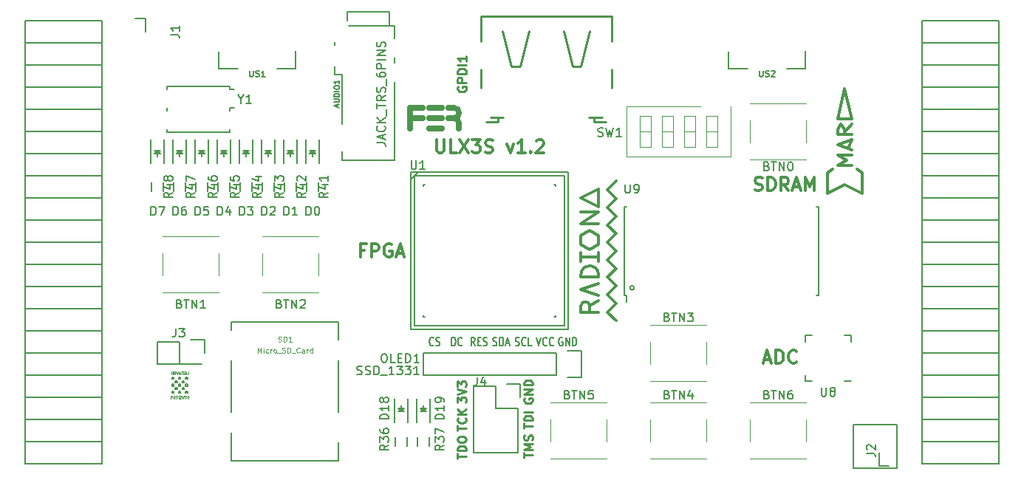
<source format=gto>
G04 #@! TF.FileFunction,Legend,Top*
%FSLAX46Y46*%
G04 Gerber Fmt 4.6, Leading zero omitted, Abs format (unit mm)*
G04 Created by KiCad (PCBNEW 4.0.7+dfsg1-1) date Mon Oct 23 00:18:53 2017*
%MOMM*%
%LPD*%
G01*
G04 APERTURE LIST*
%ADD10C,0.100000*%
%ADD11C,0.300000*%
%ADD12C,0.250000*%
%ADD13C,0.150000*%
%ADD14C,0.254000*%
%ADD15C,0.120000*%
%ADD16C,0.700000*%
%ADD17C,0.200000*%
%ADD18C,0.152400*%
%ADD19C,0.124460*%
%ADD20C,0.075000*%
G04 APERTURE END LIST*
D10*
D11*
X132442858Y-75076571D02*
X132442858Y-76290857D01*
X132514286Y-76433714D01*
X132585715Y-76505143D01*
X132728572Y-76576571D01*
X133014286Y-76576571D01*
X133157144Y-76505143D01*
X133228572Y-76433714D01*
X133300001Y-76290857D01*
X133300001Y-75076571D01*
X134728573Y-76576571D02*
X134014287Y-76576571D01*
X134014287Y-75076571D01*
X135085716Y-75076571D02*
X136085716Y-76576571D01*
X136085716Y-75076571D02*
X135085716Y-76576571D01*
X136514287Y-75076571D02*
X137442858Y-75076571D01*
X136942858Y-75648000D01*
X137157144Y-75648000D01*
X137300001Y-75719429D01*
X137371430Y-75790857D01*
X137442858Y-75933714D01*
X137442858Y-76290857D01*
X137371430Y-76433714D01*
X137300001Y-76505143D01*
X137157144Y-76576571D01*
X136728572Y-76576571D01*
X136585715Y-76505143D01*
X136514287Y-76433714D01*
X138014286Y-76505143D02*
X138228572Y-76576571D01*
X138585715Y-76576571D01*
X138728572Y-76505143D01*
X138800001Y-76433714D01*
X138871429Y-76290857D01*
X138871429Y-76148000D01*
X138800001Y-76005143D01*
X138728572Y-75933714D01*
X138585715Y-75862286D01*
X138300001Y-75790857D01*
X138157143Y-75719429D01*
X138085715Y-75648000D01*
X138014286Y-75505143D01*
X138014286Y-75362286D01*
X138085715Y-75219429D01*
X138157143Y-75148000D01*
X138300001Y-75076571D01*
X138657143Y-75076571D01*
X138871429Y-75148000D01*
X140514286Y-75576571D02*
X140871429Y-76576571D01*
X141228571Y-75576571D01*
X142585714Y-76576571D02*
X141728571Y-76576571D01*
X142157143Y-76576571D02*
X142157143Y-75076571D01*
X142014286Y-75290857D01*
X141871428Y-75433714D01*
X141728571Y-75505143D01*
X143228571Y-76433714D02*
X143299999Y-76505143D01*
X143228571Y-76576571D01*
X143157142Y-76505143D01*
X143228571Y-76433714D01*
X143228571Y-76576571D01*
X143871428Y-75219429D02*
X143942857Y-75148000D01*
X144085714Y-75076571D01*
X144442857Y-75076571D01*
X144585714Y-75148000D01*
X144657143Y-75219429D01*
X144728571Y-75362286D01*
X144728571Y-75505143D01*
X144657143Y-75719429D01*
X143800000Y-76576571D01*
X144728571Y-76576571D01*
X124175429Y-87728857D02*
X123675429Y-87728857D01*
X123675429Y-88514571D02*
X123675429Y-87014571D01*
X124389715Y-87014571D01*
X124961143Y-88514571D02*
X124961143Y-87014571D01*
X125532571Y-87014571D01*
X125675429Y-87086000D01*
X125746857Y-87157429D01*
X125818286Y-87300286D01*
X125818286Y-87514571D01*
X125746857Y-87657429D01*
X125675429Y-87728857D01*
X125532571Y-87800286D01*
X124961143Y-87800286D01*
X127246857Y-87086000D02*
X127104000Y-87014571D01*
X126889714Y-87014571D01*
X126675429Y-87086000D01*
X126532571Y-87228857D01*
X126461143Y-87371714D01*
X126389714Y-87657429D01*
X126389714Y-87871714D01*
X126461143Y-88157429D01*
X126532571Y-88300286D01*
X126675429Y-88443143D01*
X126889714Y-88514571D01*
X127032571Y-88514571D01*
X127246857Y-88443143D01*
X127318286Y-88371714D01*
X127318286Y-87871714D01*
X127032571Y-87871714D01*
X127889714Y-88086000D02*
X128604000Y-88086000D01*
X127746857Y-88514571D02*
X128246857Y-87014571D01*
X128746857Y-88514571D01*
X168903429Y-80823143D02*
X169117715Y-80894571D01*
X169474858Y-80894571D01*
X169617715Y-80823143D01*
X169689144Y-80751714D01*
X169760572Y-80608857D01*
X169760572Y-80466000D01*
X169689144Y-80323143D01*
X169617715Y-80251714D01*
X169474858Y-80180286D01*
X169189144Y-80108857D01*
X169046286Y-80037429D01*
X168974858Y-79966000D01*
X168903429Y-79823143D01*
X168903429Y-79680286D01*
X168974858Y-79537429D01*
X169046286Y-79466000D01*
X169189144Y-79394571D01*
X169546286Y-79394571D01*
X169760572Y-79466000D01*
X170403429Y-80894571D02*
X170403429Y-79394571D01*
X170760572Y-79394571D01*
X170974857Y-79466000D01*
X171117715Y-79608857D01*
X171189143Y-79751714D01*
X171260572Y-80037429D01*
X171260572Y-80251714D01*
X171189143Y-80537429D01*
X171117715Y-80680286D01*
X170974857Y-80823143D01*
X170760572Y-80894571D01*
X170403429Y-80894571D01*
X172760572Y-80894571D02*
X172260572Y-80180286D01*
X171903429Y-80894571D02*
X171903429Y-79394571D01*
X172474857Y-79394571D01*
X172617715Y-79466000D01*
X172689143Y-79537429D01*
X172760572Y-79680286D01*
X172760572Y-79894571D01*
X172689143Y-80037429D01*
X172617715Y-80108857D01*
X172474857Y-80180286D01*
X171903429Y-80180286D01*
X173332000Y-80466000D02*
X174046286Y-80466000D01*
X173189143Y-80894571D02*
X173689143Y-79394571D01*
X174189143Y-80894571D01*
X174689143Y-80894571D02*
X174689143Y-79394571D01*
X175189143Y-80466000D01*
X175689143Y-79394571D01*
X175689143Y-80894571D01*
X169966857Y-100278000D02*
X170681143Y-100278000D01*
X169824000Y-100706571D02*
X170324000Y-99206571D01*
X170824000Y-100706571D01*
X171324000Y-100706571D02*
X171324000Y-99206571D01*
X171681143Y-99206571D01*
X171895428Y-99278000D01*
X172038286Y-99420857D01*
X172109714Y-99563714D01*
X172181143Y-99849429D01*
X172181143Y-100063714D01*
X172109714Y-100349429D01*
X172038286Y-100492286D01*
X171895428Y-100635143D01*
X171681143Y-100706571D01*
X171324000Y-100706571D01*
X173681143Y-100563714D02*
X173609714Y-100635143D01*
X173395428Y-100706571D01*
X173252571Y-100706571D01*
X173038286Y-100635143D01*
X172895428Y-100492286D01*
X172824000Y-100349429D01*
X172752571Y-100063714D01*
X172752571Y-99849429D01*
X172824000Y-99563714D01*
X172895428Y-99420857D01*
X173038286Y-99278000D01*
X173252571Y-99206571D01*
X173395428Y-99206571D01*
X173609714Y-99278000D01*
X173681143Y-99349429D01*
D12*
X142447381Y-111521333D02*
X142447381Y-110949904D01*
X143447381Y-111235619D02*
X142447381Y-111235619D01*
X143447381Y-110616571D02*
X142447381Y-110616571D01*
X143161667Y-110283237D01*
X142447381Y-109949904D01*
X143447381Y-109949904D01*
X143399762Y-109521333D02*
X143447381Y-109378476D01*
X143447381Y-109140380D01*
X143399762Y-109045142D01*
X143352143Y-108997523D01*
X143256905Y-108949904D01*
X143161667Y-108949904D01*
X143066429Y-108997523D01*
X143018810Y-109045142D01*
X142971190Y-109140380D01*
X142923571Y-109330857D01*
X142875952Y-109426095D01*
X142828333Y-109473714D01*
X142733095Y-109521333D01*
X142637857Y-109521333D01*
X142542619Y-109473714D01*
X142495000Y-109426095D01*
X142447381Y-109330857D01*
X142447381Y-109092761D01*
X142495000Y-108949904D01*
X142447381Y-108163809D02*
X142447381Y-107592380D01*
X143447381Y-107878095D02*
X142447381Y-107878095D01*
X143447381Y-107259047D02*
X142447381Y-107259047D01*
X142447381Y-107020952D01*
X142495000Y-106878094D01*
X142590238Y-106782856D01*
X142685476Y-106735237D01*
X142875952Y-106687618D01*
X143018810Y-106687618D01*
X143209286Y-106735237D01*
X143304524Y-106782856D01*
X143399762Y-106878094D01*
X143447381Y-107020952D01*
X143447381Y-107259047D01*
X143447381Y-106259047D02*
X142447381Y-106259047D01*
X142495000Y-104726904D02*
X142447381Y-104822142D01*
X142447381Y-104964999D01*
X142495000Y-105107857D01*
X142590238Y-105203095D01*
X142685476Y-105250714D01*
X142875952Y-105298333D01*
X143018810Y-105298333D01*
X143209286Y-105250714D01*
X143304524Y-105203095D01*
X143399762Y-105107857D01*
X143447381Y-104964999D01*
X143447381Y-104869761D01*
X143399762Y-104726904D01*
X143352143Y-104679285D01*
X143018810Y-104679285D01*
X143018810Y-104869761D01*
X143447381Y-104250714D02*
X142447381Y-104250714D01*
X143447381Y-103679285D01*
X142447381Y-103679285D01*
X143447381Y-103203095D02*
X142447381Y-103203095D01*
X142447381Y-102965000D01*
X142495000Y-102822142D01*
X142590238Y-102726904D01*
X142685476Y-102679285D01*
X142875952Y-102631666D01*
X143018810Y-102631666D01*
X143209286Y-102679285D01*
X143304524Y-102726904D01*
X143399762Y-102822142D01*
X143447381Y-102965000D01*
X143447381Y-103203095D01*
X134827381Y-111624524D02*
X134827381Y-111053095D01*
X135827381Y-111338810D02*
X134827381Y-111338810D01*
X135827381Y-110719762D02*
X134827381Y-110719762D01*
X134827381Y-110481667D01*
X134875000Y-110338809D01*
X134970238Y-110243571D01*
X135065476Y-110195952D01*
X135255952Y-110148333D01*
X135398810Y-110148333D01*
X135589286Y-110195952D01*
X135684524Y-110243571D01*
X135779762Y-110338809D01*
X135827381Y-110481667D01*
X135827381Y-110719762D01*
X134827381Y-109529286D02*
X134827381Y-109338809D01*
X134875000Y-109243571D01*
X134970238Y-109148333D01*
X135160714Y-109100714D01*
X135494048Y-109100714D01*
X135684524Y-109148333D01*
X135779762Y-109243571D01*
X135827381Y-109338809D01*
X135827381Y-109529286D01*
X135779762Y-109624524D01*
X135684524Y-109719762D01*
X135494048Y-109767381D01*
X135160714Y-109767381D01*
X134970238Y-109719762D01*
X134875000Y-109624524D01*
X134827381Y-109529286D01*
X134827381Y-108425714D02*
X134827381Y-107854285D01*
X135827381Y-108140000D02*
X134827381Y-108140000D01*
X135732143Y-106949523D02*
X135779762Y-106997142D01*
X135827381Y-107139999D01*
X135827381Y-107235237D01*
X135779762Y-107378095D01*
X135684524Y-107473333D01*
X135589286Y-107520952D01*
X135398810Y-107568571D01*
X135255952Y-107568571D01*
X135065476Y-107520952D01*
X134970238Y-107473333D01*
X134875000Y-107378095D01*
X134827381Y-107235237D01*
X134827381Y-107139999D01*
X134875000Y-106997142D01*
X134922619Y-106949523D01*
X135827381Y-106520952D02*
X134827381Y-106520952D01*
X135827381Y-105949523D02*
X135255952Y-106378095D01*
X134827381Y-105949523D02*
X135398810Y-106520952D01*
X134827381Y-105203095D02*
X134827381Y-104584047D01*
X135208333Y-104917381D01*
X135208333Y-104774523D01*
X135255952Y-104679285D01*
X135303571Y-104631666D01*
X135398810Y-104584047D01*
X135636905Y-104584047D01*
X135732143Y-104631666D01*
X135779762Y-104679285D01*
X135827381Y-104774523D01*
X135827381Y-105060238D01*
X135779762Y-105155476D01*
X135732143Y-105203095D01*
X134827381Y-104298333D02*
X135827381Y-103965000D01*
X134827381Y-103631666D01*
X134827381Y-103393571D02*
X134827381Y-102774523D01*
X135208333Y-103107857D01*
X135208333Y-102964999D01*
X135255952Y-102869761D01*
X135303571Y-102822142D01*
X135398810Y-102774523D01*
X135636905Y-102774523D01*
X135732143Y-102822142D01*
X135779762Y-102869761D01*
X135827381Y-102964999D01*
X135827381Y-103250714D01*
X135779762Y-103345952D01*
X135732143Y-103393571D01*
D13*
X117480000Y-75060000D02*
X117480000Y-77760000D01*
X118980000Y-75060000D02*
X118980000Y-77760000D01*
X118080000Y-76560000D02*
X118330000Y-76560000D01*
X118330000Y-76560000D02*
X118180000Y-76410000D01*
X118580000Y-76310000D02*
X117880000Y-76310000D01*
X118230000Y-76660000D02*
X118230000Y-77010000D01*
X118230000Y-76310000D02*
X118580000Y-76660000D01*
X118580000Y-76660000D02*
X117880000Y-76660000D01*
X117880000Y-76660000D02*
X118230000Y-76310000D01*
X114940000Y-75060000D02*
X114940000Y-77760000D01*
X116440000Y-75060000D02*
X116440000Y-77760000D01*
X115540000Y-76560000D02*
X115790000Y-76560000D01*
X115790000Y-76560000D02*
X115640000Y-76410000D01*
X116040000Y-76310000D02*
X115340000Y-76310000D01*
X115690000Y-76660000D02*
X115690000Y-77010000D01*
X115690000Y-76310000D02*
X116040000Y-76660000D01*
X116040000Y-76660000D02*
X115340000Y-76660000D01*
X115340000Y-76660000D02*
X115690000Y-76310000D01*
X112400000Y-75060000D02*
X112400000Y-77760000D01*
X113900000Y-75060000D02*
X113900000Y-77760000D01*
X113000000Y-76560000D02*
X113250000Y-76560000D01*
X113250000Y-76560000D02*
X113100000Y-76410000D01*
X113500000Y-76310000D02*
X112800000Y-76310000D01*
X113150000Y-76660000D02*
X113150000Y-77010000D01*
X113150000Y-76310000D02*
X113500000Y-76660000D01*
X113500000Y-76660000D02*
X112800000Y-76660000D01*
X112800000Y-76660000D02*
X113150000Y-76310000D01*
X109860000Y-75060000D02*
X109860000Y-77760000D01*
X111360000Y-75060000D02*
X111360000Y-77760000D01*
X110460000Y-76560000D02*
X110710000Y-76560000D01*
X110710000Y-76560000D02*
X110560000Y-76410000D01*
X110960000Y-76310000D02*
X110260000Y-76310000D01*
X110610000Y-76660000D02*
X110610000Y-77010000D01*
X110610000Y-76310000D02*
X110960000Y-76660000D01*
X110960000Y-76660000D02*
X110260000Y-76660000D01*
X110260000Y-76660000D02*
X110610000Y-76310000D01*
X107320000Y-75060000D02*
X107320000Y-77760000D01*
X108820000Y-75060000D02*
X108820000Y-77760000D01*
X107920000Y-76560000D02*
X108170000Y-76560000D01*
X108170000Y-76560000D02*
X108020000Y-76410000D01*
X108420000Y-76310000D02*
X107720000Y-76310000D01*
X108070000Y-76660000D02*
X108070000Y-77010000D01*
X108070000Y-76310000D02*
X108420000Y-76660000D01*
X108420000Y-76660000D02*
X107720000Y-76660000D01*
X107720000Y-76660000D02*
X108070000Y-76310000D01*
X104780000Y-75060000D02*
X104780000Y-77760000D01*
X106280000Y-75060000D02*
X106280000Y-77760000D01*
X105380000Y-76560000D02*
X105630000Y-76560000D01*
X105630000Y-76560000D02*
X105480000Y-76410000D01*
X105880000Y-76310000D02*
X105180000Y-76310000D01*
X105530000Y-76660000D02*
X105530000Y-77010000D01*
X105530000Y-76310000D02*
X105880000Y-76660000D01*
X105880000Y-76660000D02*
X105180000Y-76660000D01*
X105180000Y-76660000D02*
X105530000Y-76310000D01*
X102240000Y-75060000D02*
X102240000Y-77760000D01*
X103740000Y-75060000D02*
X103740000Y-77760000D01*
X102840000Y-76560000D02*
X103090000Y-76560000D01*
X103090000Y-76560000D02*
X102940000Y-76410000D01*
X103340000Y-76310000D02*
X102640000Y-76310000D01*
X102990000Y-76660000D02*
X102990000Y-77010000D01*
X102990000Y-76310000D02*
X103340000Y-76660000D01*
X103340000Y-76660000D02*
X102640000Y-76660000D01*
X102640000Y-76660000D02*
X102990000Y-76310000D01*
X99700000Y-75060000D02*
X99700000Y-77760000D01*
X101200000Y-75060000D02*
X101200000Y-77760000D01*
X100300000Y-76560000D02*
X100550000Y-76560000D01*
X100550000Y-76560000D02*
X100400000Y-76410000D01*
X100800000Y-76310000D02*
X100100000Y-76310000D01*
X100450000Y-76660000D02*
X100450000Y-77010000D01*
X100450000Y-76310000D02*
X100800000Y-76660000D01*
X100800000Y-76660000D02*
X100100000Y-76660000D01*
X100100000Y-76660000D02*
X100450000Y-76310000D01*
X176180000Y-92880000D02*
X175980000Y-92880000D01*
X176180000Y-82720000D02*
X175980000Y-82720000D01*
X155080000Y-92050000D02*
G75*
G03X155080000Y-92050000I-250000J0D01*
G01*
X154180000Y-92880000D02*
X154180000Y-93700000D01*
X153980000Y-92880000D02*
X154180000Y-92880000D01*
X153980000Y-82720000D02*
X154180000Y-82720000D01*
X176190000Y-82720000D02*
X176190000Y-92880000D01*
X153970000Y-92880000D02*
X153970000Y-82720000D01*
X85270000Y-112220000D02*
X94100000Y-112220000D01*
X85270000Y-109680000D02*
X85270000Y-112220000D01*
X94100000Y-109680000D02*
X94100000Y-112220000D01*
X94100000Y-112220000D02*
X85270000Y-112220000D01*
X94100000Y-109680000D02*
X85270000Y-109680000D01*
X94100000Y-107140000D02*
X94100000Y-109680000D01*
X85270000Y-107140000D02*
X85270000Y-109680000D01*
X85270000Y-109680000D02*
X94100000Y-109680000D01*
X85270000Y-91900000D02*
X94100000Y-91900000D01*
X85270000Y-89360000D02*
X85270000Y-91900000D01*
X94100000Y-89360000D02*
X94100000Y-91900000D01*
X94100000Y-91900000D02*
X85270000Y-91900000D01*
X94100000Y-94440000D02*
X85270000Y-94440000D01*
X94100000Y-91900000D02*
X94100000Y-94440000D01*
X85270000Y-91900000D02*
X85270000Y-94440000D01*
X85270000Y-94440000D02*
X94100000Y-94440000D01*
X85270000Y-107140000D02*
X94100000Y-107140000D01*
X85270000Y-104600000D02*
X85270000Y-107140000D01*
X94100000Y-104600000D02*
X94100000Y-107140000D01*
X94100000Y-107140000D02*
X85270000Y-107140000D01*
X94100000Y-104600000D02*
X85270000Y-104600000D01*
X94100000Y-102060000D02*
X94100000Y-104600000D01*
X85270000Y-102060000D02*
X85270000Y-104600000D01*
X85270000Y-104600000D02*
X94100000Y-104600000D01*
X85270000Y-102060000D02*
X94100000Y-102060000D01*
X85270000Y-99520000D02*
X85270000Y-102060000D01*
X94100000Y-99520000D02*
X94100000Y-102060000D01*
X94100000Y-102060000D02*
X85270000Y-102060000D01*
X94100000Y-99520000D02*
X85270000Y-99520000D01*
X94100000Y-96980000D02*
X94100000Y-99520000D01*
X85270000Y-96980000D02*
X85270000Y-99520000D01*
X85270000Y-99520000D02*
X94100000Y-99520000D01*
X85270000Y-96980000D02*
X94100000Y-96980000D01*
X85270000Y-94440000D02*
X85270000Y-96980000D01*
X94100000Y-94440000D02*
X94100000Y-96980000D01*
X94100000Y-96980000D02*
X85270000Y-96980000D01*
X94100000Y-79200000D02*
X85270000Y-79200000D01*
X94100000Y-76660000D02*
X94100000Y-79200000D01*
X85270000Y-76660000D02*
X85270000Y-79200000D01*
X85270000Y-79200000D02*
X94100000Y-79200000D01*
X85270000Y-81740000D02*
X94100000Y-81740000D01*
X85270000Y-79200000D02*
X85270000Y-81740000D01*
X94100000Y-79200000D02*
X94100000Y-81740000D01*
X94100000Y-81740000D02*
X85270000Y-81740000D01*
X94100000Y-84280000D02*
X85270000Y-84280000D01*
X94100000Y-81740000D02*
X94100000Y-84280000D01*
X85270000Y-81740000D02*
X85270000Y-84280000D01*
X85270000Y-84280000D02*
X94100000Y-84280000D01*
X85270000Y-86820000D02*
X94100000Y-86820000D01*
X85270000Y-84280000D02*
X85270000Y-86820000D01*
X94100000Y-84280000D02*
X94100000Y-86820000D01*
X94100000Y-86820000D02*
X85270000Y-86820000D01*
X94100000Y-89360000D02*
X85270000Y-89360000D01*
X94100000Y-86820000D02*
X94100000Y-89360000D01*
X85270000Y-86820000D02*
X85270000Y-89360000D01*
X85270000Y-89360000D02*
X94100000Y-89360000D01*
X85270000Y-76660000D02*
X94100000Y-76660000D01*
X85270000Y-74120000D02*
X85270000Y-76660000D01*
X94100000Y-74120000D02*
X94100000Y-76660000D01*
X94100000Y-76660000D02*
X85270000Y-76660000D01*
X94100000Y-74120000D02*
X85270000Y-74120000D01*
X94100000Y-71580000D02*
X94100000Y-74120000D01*
X85270000Y-71580000D02*
X85270000Y-74120000D01*
X85270000Y-74120000D02*
X94100000Y-74120000D01*
X85270000Y-71580000D02*
X94100000Y-71580000D01*
X85270000Y-69040000D02*
X85270000Y-71580000D01*
X94100000Y-69040000D02*
X94100000Y-71580000D01*
X94100000Y-71580000D02*
X85270000Y-71580000D01*
X94100000Y-69040000D02*
X85270000Y-69040000D01*
X94100000Y-66500000D02*
X94100000Y-69040000D01*
X85270000Y-66500000D02*
X85270000Y-69040000D01*
X85270000Y-69040000D02*
X94100000Y-69040000D01*
X85270000Y-66500000D02*
X94100000Y-66500000D01*
X85270000Y-63960000D02*
X85270000Y-66500000D01*
X94100000Y-63960000D02*
X94100000Y-66500000D01*
X94100000Y-66500000D02*
X85270000Y-66500000D01*
X94100000Y-63960000D02*
X85270000Y-63960000D01*
X94100000Y-61420000D02*
X94100000Y-63960000D01*
X99060000Y-62690000D02*
X99060000Y-61140000D01*
X99060000Y-61140000D02*
X97910000Y-61140000D01*
X94100000Y-61420000D02*
X85270000Y-61420000D01*
X85270000Y-61420000D02*
X85270000Y-63960000D01*
X85270000Y-63960000D02*
X94100000Y-63960000D01*
X196910000Y-61420000D02*
X188080000Y-61420000D01*
X196910000Y-63960000D02*
X196910000Y-61420000D01*
X188080000Y-63960000D02*
X188080000Y-61420000D01*
X188080000Y-61420000D02*
X196910000Y-61420000D01*
X188080000Y-63960000D02*
X196910000Y-63960000D01*
X188080000Y-66500000D02*
X188080000Y-63960000D01*
X196910000Y-66500000D02*
X196910000Y-63960000D01*
X196910000Y-63960000D02*
X188080000Y-63960000D01*
X196910000Y-81740000D02*
X188080000Y-81740000D01*
X196910000Y-84280000D02*
X196910000Y-81740000D01*
X188080000Y-84280000D02*
X188080000Y-81740000D01*
X188080000Y-81740000D02*
X196910000Y-81740000D01*
X188080000Y-79200000D02*
X196910000Y-79200000D01*
X188080000Y-81740000D02*
X188080000Y-79200000D01*
X196910000Y-81740000D02*
X196910000Y-79200000D01*
X196910000Y-79200000D02*
X188080000Y-79200000D01*
X196910000Y-66500000D02*
X188080000Y-66500000D01*
X196910000Y-69040000D02*
X196910000Y-66500000D01*
X188080000Y-69040000D02*
X188080000Y-66500000D01*
X188080000Y-66500000D02*
X196910000Y-66500000D01*
X188080000Y-69040000D02*
X196910000Y-69040000D01*
X188080000Y-71580000D02*
X188080000Y-69040000D01*
X196910000Y-71580000D02*
X196910000Y-69040000D01*
X196910000Y-69040000D02*
X188080000Y-69040000D01*
X196910000Y-71580000D02*
X188080000Y-71580000D01*
X196910000Y-74120000D02*
X196910000Y-71580000D01*
X188080000Y-74120000D02*
X188080000Y-71580000D01*
X188080000Y-71580000D02*
X196910000Y-71580000D01*
X188080000Y-74120000D02*
X196910000Y-74120000D01*
X188080000Y-76660000D02*
X188080000Y-74120000D01*
X196910000Y-76660000D02*
X196910000Y-74120000D01*
X196910000Y-74120000D02*
X188080000Y-74120000D01*
X196910000Y-76660000D02*
X188080000Y-76660000D01*
X196910000Y-79200000D02*
X196910000Y-76660000D01*
X188080000Y-79200000D02*
X188080000Y-76660000D01*
X188080000Y-76660000D02*
X196910000Y-76660000D01*
X188080000Y-94440000D02*
X196910000Y-94440000D01*
X188080000Y-96980000D02*
X188080000Y-94440000D01*
X196910000Y-96980000D02*
X196910000Y-94440000D01*
X196910000Y-94440000D02*
X188080000Y-94440000D01*
X196910000Y-91900000D02*
X188080000Y-91900000D01*
X196910000Y-94440000D02*
X196910000Y-91900000D01*
X188080000Y-94440000D02*
X188080000Y-91900000D01*
X188080000Y-91900000D02*
X196910000Y-91900000D01*
X188080000Y-89360000D02*
X196910000Y-89360000D01*
X188080000Y-91900000D02*
X188080000Y-89360000D01*
X196910000Y-91900000D02*
X196910000Y-89360000D01*
X196910000Y-89360000D02*
X188080000Y-89360000D01*
X196910000Y-86820000D02*
X188080000Y-86820000D01*
X196910000Y-89360000D02*
X196910000Y-86820000D01*
X188080000Y-89360000D02*
X188080000Y-86820000D01*
X188080000Y-86820000D02*
X196910000Y-86820000D01*
X188080000Y-84280000D02*
X196910000Y-84280000D01*
X188080000Y-86820000D02*
X188080000Y-84280000D01*
X196910000Y-86820000D02*
X196910000Y-84280000D01*
X196910000Y-84280000D02*
X188080000Y-84280000D01*
X196910000Y-96980000D02*
X188080000Y-96980000D01*
X196910000Y-99520000D02*
X196910000Y-96980000D01*
X188080000Y-99520000D02*
X188080000Y-96980000D01*
X188080000Y-96980000D02*
X196910000Y-96980000D01*
X188080000Y-99520000D02*
X196910000Y-99520000D01*
X188080000Y-102060000D02*
X188080000Y-99520000D01*
X196910000Y-102060000D02*
X196910000Y-99520000D01*
X196910000Y-99520000D02*
X188080000Y-99520000D01*
X196910000Y-102060000D02*
X188080000Y-102060000D01*
X196910000Y-104600000D02*
X196910000Y-102060000D01*
X188080000Y-104600000D02*
X188080000Y-102060000D01*
X188080000Y-102060000D02*
X196910000Y-102060000D01*
X188080000Y-104600000D02*
X196910000Y-104600000D01*
X188080000Y-107140000D02*
X188080000Y-104600000D01*
X196910000Y-107140000D02*
X196910000Y-104600000D01*
X196910000Y-104600000D02*
X188080000Y-104600000D01*
X196910000Y-107140000D02*
X188080000Y-107140000D01*
X196910000Y-109680000D02*
X196910000Y-107140000D01*
X188080000Y-109680000D02*
X188080000Y-107140000D01*
X188080000Y-107140000D02*
X196910000Y-107140000D01*
X188080000Y-109680000D02*
X196910000Y-109680000D01*
X188080000Y-112220000D02*
X188080000Y-109680000D01*
X183120000Y-110950000D02*
X183120000Y-112500000D01*
X183120000Y-112500000D02*
X184270000Y-112500000D01*
X188080000Y-112220000D02*
X196910000Y-112220000D01*
X196910000Y-112220000D02*
X196910000Y-109680000D01*
X196910000Y-109680000D02*
X188080000Y-109680000D01*
X108724000Y-69280000D02*
X109274000Y-69280000D01*
X101524000Y-68980000D02*
X101524000Y-69280000D01*
X101524000Y-74180000D02*
X101524000Y-73880000D01*
X108724000Y-74180000D02*
X108724000Y-73880000D01*
X108724000Y-68980000D02*
X108724000Y-69280000D01*
X108724000Y-68980000D02*
X101524000Y-68980000D01*
X108724000Y-71380000D02*
X109274000Y-71380000D01*
X108724000Y-74180000D02*
X101524000Y-74180000D01*
X101524000Y-71380000D02*
X101524000Y-71780000D01*
X108724000Y-71380000D02*
X108724000Y-71780000D01*
X105810000Y-99520000D02*
X105810000Y-97970000D01*
X102990000Y-100790000D02*
X105530000Y-100790000D01*
X105810000Y-97970000D02*
X104260000Y-97970000D01*
X100450000Y-100790000D02*
X102990000Y-100790000D01*
X102990000Y-100790000D02*
X102990000Y-98250000D01*
X102990000Y-98250000D02*
X100450000Y-98250000D01*
X100450000Y-98250000D02*
X100450000Y-100790000D01*
X129140000Y-107470000D02*
X129140000Y-104770000D01*
X127640000Y-107470000D02*
X127640000Y-104770000D01*
X128540000Y-105970000D02*
X128290000Y-105970000D01*
X128290000Y-105970000D02*
X128440000Y-106120000D01*
X128040000Y-106220000D02*
X128740000Y-106220000D01*
X128390000Y-105870000D02*
X128390000Y-105520000D01*
X128390000Y-106220000D02*
X128040000Y-105870000D01*
X128040000Y-105870000D02*
X128740000Y-105870000D01*
X128740000Y-105870000D02*
X128390000Y-106220000D01*
X131680000Y-107470000D02*
X131680000Y-104770000D01*
X130180000Y-107470000D02*
X130180000Y-104770000D01*
X131080000Y-105970000D02*
X130830000Y-105970000D01*
X130830000Y-105970000D02*
X130980000Y-106120000D01*
X130580000Y-106220000D02*
X131280000Y-106220000D01*
X130930000Y-105870000D02*
X130930000Y-105520000D01*
X130930000Y-106220000D02*
X130580000Y-105870000D01*
X130580000Y-105870000D02*
X131280000Y-105870000D01*
X131280000Y-105870000D02*
X130930000Y-106220000D01*
X127715000Y-110180000D02*
X127715000Y-109180000D01*
X129065000Y-109180000D02*
X129065000Y-110180000D01*
X131605000Y-109180000D02*
X131605000Y-110180000D01*
X130255000Y-110180000D02*
X130255000Y-109180000D01*
X116280000Y-64925000D02*
X116280000Y-66925000D01*
X116280000Y-66925000D02*
X114130000Y-66925000D01*
X109630000Y-66925000D02*
X107480000Y-66925000D01*
X107480000Y-66925000D02*
X107480000Y-64975000D01*
X174700000Y-64925000D02*
X174700000Y-66925000D01*
X174700000Y-66925000D02*
X172550000Y-66925000D01*
X168050000Y-66925000D02*
X165900000Y-66925000D01*
X165900000Y-66925000D02*
X165900000Y-64975000D01*
X141725000Y-110950000D02*
X141725000Y-105870000D01*
X142005000Y-103050000D02*
X142005000Y-104600000D01*
X139185000Y-103330000D02*
X139185000Y-105870000D01*
X139185000Y-105870000D02*
X141725000Y-105870000D01*
X141725000Y-110950000D02*
X136645000Y-110950000D01*
X136645000Y-110950000D02*
X136645000Y-105870000D01*
X142005000Y-103050000D02*
X140455000Y-103050000D01*
X136645000Y-103330000D02*
X139185000Y-103330000D01*
X136645000Y-105870000D02*
X136645000Y-103330000D01*
X118905000Y-79970000D02*
X118905000Y-80970000D01*
X117555000Y-80970000D02*
X117555000Y-79970000D01*
X116365000Y-79970000D02*
X116365000Y-80970000D01*
X115015000Y-80970000D02*
X115015000Y-79970000D01*
X113825000Y-79970000D02*
X113825000Y-80970000D01*
X112475000Y-80970000D02*
X112475000Y-79970000D01*
X111285000Y-79970000D02*
X111285000Y-80970000D01*
X109935000Y-80970000D02*
X109935000Y-79970000D01*
X108745000Y-79970000D02*
X108745000Y-80970000D01*
X107395000Y-80970000D02*
X107395000Y-79970000D01*
X106205000Y-79970000D02*
X106205000Y-80970000D01*
X104855000Y-80970000D02*
X104855000Y-79970000D01*
X103665000Y-79970000D02*
X103665000Y-80970000D01*
X102315000Y-80970000D02*
X102315000Y-79970000D01*
X101125000Y-79970000D02*
X101125000Y-80970000D01*
X99775000Y-80970000D02*
X99775000Y-79970000D01*
X174660000Y-102780000D02*
X174660000Y-102030000D01*
X179910000Y-97530000D02*
X179910000Y-98280000D01*
X174660000Y-97530000D02*
X174660000Y-98280000D01*
X179910000Y-102780000D02*
X179160000Y-102780000D01*
X179910000Y-97530000D02*
X179160000Y-97530000D01*
X174660000Y-97530000D02*
X175410000Y-97530000D01*
X174660000Y-102780000D02*
X175410000Y-102780000D01*
X180180640Y-107700640D02*
X185179360Y-107700640D01*
X185179360Y-107700640D02*
X185179360Y-112699360D01*
X185179360Y-112699360D02*
X180180640Y-112699360D01*
X180180640Y-112699360D02*
X180180640Y-107700640D01*
X146170000Y-99520000D02*
X130930000Y-99520000D01*
X130930000Y-99520000D02*
X130930000Y-102060000D01*
X130930000Y-102060000D02*
X146170000Y-102060000D01*
X148990000Y-99240000D02*
X147440000Y-99240000D01*
X146170000Y-99520000D02*
X146170000Y-102060000D01*
X147440000Y-102340000D02*
X148990000Y-102340000D01*
X148990000Y-102340000D02*
X148990000Y-99240000D01*
X122180000Y-60440000D02*
X122180000Y-61440000D01*
X126980000Y-60440000D02*
X122180000Y-60440000D01*
X126980000Y-62040000D02*
X126980000Y-60440000D01*
X127580000Y-62040000D02*
X122380000Y-62040000D01*
X120780000Y-64240000D02*
X120780000Y-63840000D01*
X120780000Y-67640000D02*
X120780000Y-66640000D01*
X121580000Y-67640000D02*
X120780000Y-67640000D01*
X121580000Y-73240000D02*
X121580000Y-67640000D01*
X121580000Y-77440000D02*
X121580000Y-76440000D01*
X127580000Y-77440000D02*
X121580000Y-77440000D01*
X127580000Y-68440000D02*
X127580000Y-77440000D01*
X127580000Y-65640000D02*
X127580000Y-66240000D01*
X127580000Y-62040000D02*
X127580000Y-63440000D01*
D14*
X151378260Y-72548160D02*
X150479100Y-72548160D01*
X150479100Y-72548160D02*
X149879660Y-72548160D01*
X140080340Y-72548160D02*
X139480900Y-72548160D01*
X139480900Y-72548160D02*
X138581740Y-72548160D01*
X137481920Y-69149640D02*
X137481920Y-66998260D01*
X137481920Y-63800400D02*
X137481920Y-60892100D01*
X137481920Y-60892100D02*
X152478080Y-60892100D01*
X152478080Y-60892100D02*
X152478080Y-63800400D01*
X152478080Y-66998260D02*
X152478080Y-69149640D01*
X138106760Y-73048540D02*
X139480900Y-73048540D01*
X139480900Y-73048540D02*
X139480900Y-72548160D01*
X150479100Y-72548160D02*
X150479100Y-73048540D01*
X150479100Y-73048540D02*
X151865940Y-73048540D01*
X142981020Y-62632000D02*
X141980260Y-66632500D01*
X141980260Y-66632500D02*
X140982040Y-66632500D01*
X140982040Y-66632500D02*
X139981280Y-62632000D01*
X146978980Y-62632000D02*
X147979740Y-66632500D01*
X147979740Y-66632500D02*
X148977960Y-66632500D01*
X148977960Y-66632500D02*
X149978720Y-62632000D01*
D15*
X168340000Y-77350000D02*
X168340000Y-77320000D01*
X168340000Y-70890000D02*
X168340000Y-70920000D01*
X174800000Y-70890000D02*
X174800000Y-70920000D01*
X174800000Y-77320000D02*
X174800000Y-77350000D01*
X168340000Y-75420000D02*
X168340000Y-72820000D01*
X174800000Y-77350000D02*
X168340000Y-77350000D01*
X174800000Y-75420000D02*
X174800000Y-72820000D01*
X174800000Y-70890000D02*
X168340000Y-70890000D01*
X107490000Y-86130000D02*
X107490000Y-86160000D01*
X107490000Y-92590000D02*
X107490000Y-92560000D01*
X101030000Y-92590000D02*
X101030000Y-92560000D01*
X101030000Y-86160000D02*
X101030000Y-86130000D01*
X107490000Y-88060000D02*
X107490000Y-90660000D01*
X101030000Y-86130000D02*
X107490000Y-86130000D01*
X101030000Y-88060000D02*
X101030000Y-90660000D01*
X101030000Y-92590000D02*
X107490000Y-92590000D01*
X118920000Y-86130000D02*
X118920000Y-86160000D01*
X118920000Y-92590000D02*
X118920000Y-92560000D01*
X112460000Y-92590000D02*
X112460000Y-92560000D01*
X112460000Y-86160000D02*
X112460000Y-86130000D01*
X118920000Y-88060000D02*
X118920000Y-90660000D01*
X112460000Y-86130000D02*
X118920000Y-86130000D01*
X112460000Y-88060000D02*
X112460000Y-90660000D01*
X112460000Y-92590000D02*
X118920000Y-92590000D01*
X163370000Y-96290000D02*
X163370000Y-96320000D01*
X163370000Y-102750000D02*
X163370000Y-102720000D01*
X156910000Y-102750000D02*
X156910000Y-102720000D01*
X156910000Y-96320000D02*
X156910000Y-96290000D01*
X163370000Y-98220000D02*
X163370000Y-100820000D01*
X156910000Y-96290000D02*
X163370000Y-96290000D01*
X156910000Y-98220000D02*
X156910000Y-100820000D01*
X156910000Y-102750000D02*
X163370000Y-102750000D01*
X156910000Y-111640000D02*
X156910000Y-111610000D01*
X156910000Y-105180000D02*
X156910000Y-105210000D01*
X163370000Y-105180000D02*
X163370000Y-105210000D01*
X163370000Y-111610000D02*
X163370000Y-111640000D01*
X156910000Y-109710000D02*
X156910000Y-107110000D01*
X163370000Y-111640000D02*
X156910000Y-111640000D01*
X163370000Y-109710000D02*
X163370000Y-107110000D01*
X163370000Y-105180000D02*
X156910000Y-105180000D01*
X145480000Y-111640000D02*
X145480000Y-111610000D01*
X145480000Y-105180000D02*
X145480000Y-105210000D01*
X151940000Y-105180000D02*
X151940000Y-105210000D01*
X151940000Y-111610000D02*
X151940000Y-111640000D01*
X145480000Y-109710000D02*
X145480000Y-107110000D01*
X151940000Y-111640000D02*
X145480000Y-111640000D01*
X151940000Y-109710000D02*
X151940000Y-107110000D01*
X151940000Y-105180000D02*
X145480000Y-105180000D01*
X168340000Y-111640000D02*
X168340000Y-111610000D01*
X168340000Y-105180000D02*
X168340000Y-105210000D01*
X174800000Y-105180000D02*
X174800000Y-105210000D01*
X174800000Y-111610000D02*
X174800000Y-111640000D01*
X168340000Y-109710000D02*
X168340000Y-107110000D01*
X174800000Y-111640000D02*
X168340000Y-111640000D01*
X174800000Y-109710000D02*
X174800000Y-107110000D01*
X174800000Y-105180000D02*
X168340000Y-105180000D01*
X166120000Y-71275000D02*
X166120000Y-76965000D01*
X166120000Y-76965000D02*
X154160000Y-76965000D01*
X154160000Y-76965000D02*
X154160000Y-71275000D01*
X154160000Y-71275000D02*
X162680000Y-71275000D01*
X164585000Y-72310000D02*
X163315000Y-72310000D01*
X163315000Y-72310000D02*
X163315000Y-75930000D01*
X163315000Y-75930000D02*
X164585000Y-75930000D01*
X164585000Y-75930000D02*
X164585000Y-72310000D01*
X164585000Y-74120000D02*
X163315000Y-74120000D01*
X162045000Y-72310000D02*
X160775000Y-72310000D01*
X160775000Y-72310000D02*
X160775000Y-75930000D01*
X160775000Y-75930000D02*
X162045000Y-75930000D01*
X162045000Y-75930000D02*
X162045000Y-72310000D01*
X162045000Y-74120000D02*
X160775000Y-74120000D01*
X159505000Y-72310000D02*
X158235000Y-72310000D01*
X158235000Y-72310000D02*
X158235000Y-75930000D01*
X158235000Y-75930000D02*
X159505000Y-75930000D01*
X159505000Y-75930000D02*
X159505000Y-72310000D01*
X159505000Y-74120000D02*
X158235000Y-74120000D01*
X156965000Y-72310000D02*
X155695000Y-72310000D01*
X155695000Y-72310000D02*
X155695000Y-75930000D01*
X155695000Y-75930000D02*
X156965000Y-75930000D01*
X156965000Y-75930000D02*
X156965000Y-72310000D01*
X156965000Y-74120000D02*
X155695000Y-74120000D01*
D13*
X130880000Y-80200000D02*
X131080000Y-80200000D01*
X130880000Y-80400000D02*
X130880000Y-80200000D01*
X146080000Y-80200000D02*
X146080000Y-80400000D01*
X145880000Y-80200000D02*
X146080000Y-80200000D01*
X146080000Y-95400000D02*
X146080000Y-95200000D01*
X145880000Y-95400000D02*
X146080000Y-95400000D01*
X130880000Y-95400000D02*
X131080000Y-95400000D01*
X130880000Y-95200000D02*
X130880000Y-95400000D01*
X130280000Y-78800000D02*
X129480000Y-79600000D01*
X129480000Y-96800000D02*
X129480000Y-78800000D01*
X147480000Y-96800000D02*
X129480000Y-96800000D01*
X147480000Y-78800000D02*
X147480000Y-96800000D01*
X129480000Y-78800000D02*
X147480000Y-78800000D01*
X129880000Y-96400000D02*
X129880000Y-79200000D01*
X147080000Y-96400000D02*
X129880000Y-96400000D01*
X147080000Y-79200000D02*
X147080000Y-96400000D01*
X129880000Y-79200000D02*
X147080000Y-79200000D01*
X121205000Y-111915000D02*
X121205000Y-109765000D01*
X108905000Y-111915000D02*
X121205000Y-111915000D01*
X108905000Y-108665000D02*
X108905000Y-111915000D01*
X108905000Y-100365000D02*
X108905000Y-106265000D01*
X121205000Y-106265000D02*
X121205000Y-100365000D01*
X108905000Y-95965000D02*
X108905000Y-96865000D01*
X121205000Y-95965000D02*
X108905000Y-95965000D01*
X121205000Y-98015000D02*
X121205000Y-95965000D01*
D11*
X149980000Y-94836000D02*
X149980000Y-94136000D01*
X148980000Y-94836000D02*
X148980000Y-94136000D01*
X151980000Y-80836000D02*
X152980000Y-79836000D01*
X152980000Y-81836000D02*
X151980000Y-80836000D01*
X151980000Y-82836000D02*
X152980000Y-81836000D01*
X152980000Y-83836000D02*
X151980000Y-82836000D01*
X151980000Y-84836000D02*
X152980000Y-83836000D01*
X152980000Y-85836000D02*
X151980000Y-84836000D01*
X151980000Y-86836000D02*
X152980000Y-85836000D01*
X152980000Y-87836000D02*
X151980000Y-86836000D01*
X151980000Y-88836000D02*
X152980000Y-87836000D01*
X152980000Y-89836000D02*
X151980000Y-88836000D01*
X151980000Y-90836000D02*
X152980000Y-89836000D01*
X152980000Y-91836000D02*
X151980000Y-90836000D01*
X151980000Y-92836000D02*
X152980000Y-91836000D01*
X152980000Y-93836000D02*
X151980000Y-92836000D01*
X151980000Y-94836000D02*
X152980000Y-93836000D01*
X152980000Y-95836000D02*
X151980000Y-94836000D01*
X150980000Y-90836000D02*
X150980000Y-90536000D01*
X148980000Y-90836000D02*
X148980000Y-90536000D01*
X148980000Y-89036000D02*
X148980000Y-88036000D01*
X150980000Y-89036000D02*
X150980000Y-88036000D01*
X150980000Y-83336000D02*
X148980000Y-83336000D01*
X148980000Y-84736000D02*
X150980000Y-83336000D01*
X149980000Y-94136000D02*
X150980000Y-93536000D01*
X149980000Y-85436000D02*
X150980000Y-86036000D01*
X148980000Y-86036000D02*
X149980000Y-85436000D01*
X149980000Y-87636000D02*
X148980000Y-87036000D01*
X150980000Y-87036000D02*
X149980000Y-87636000D01*
X148980000Y-86036000D02*
X148980000Y-87036000D01*
X150980000Y-87036000D02*
X150980000Y-86036000D01*
X150980000Y-80736000D02*
X150980000Y-82736000D01*
X148980000Y-81736000D02*
X150980000Y-80736000D01*
X150980000Y-82736000D02*
X148980000Y-81736000D01*
X150980000Y-84736000D02*
X148980000Y-84736000D01*
X148980000Y-88536000D02*
X150980000Y-88536000D01*
X150980000Y-90536000D02*
G75*
G03X148980000Y-90536000I-1000000J0D01*
G01*
X150980000Y-90836000D02*
X148980000Y-90836000D01*
X148980000Y-92236000D02*
X150980000Y-91536000D01*
X150980000Y-92936000D02*
X148980000Y-92236000D01*
X149980000Y-94136000D02*
G75*
G03X148980000Y-94136000I-500000J0D01*
G01*
X150980000Y-94836000D02*
X148980000Y-94836000D01*
X178390000Y-76844000D02*
X179990000Y-76844000D01*
X179390000Y-77444000D02*
X178390000Y-76844000D01*
X178390000Y-78044000D02*
X179390000Y-77444000D01*
X179990000Y-78044000D02*
X178390000Y-78044000D01*
X181190000Y-78844000D02*
X180590000Y-78444000D01*
X177190000Y-78844000D02*
X177790000Y-78444000D01*
X177190000Y-81244000D02*
X177190000Y-78844000D01*
X179190000Y-69244000D02*
X178390000Y-72644000D01*
X179990000Y-72644000D02*
X179190000Y-69244000D01*
X178390000Y-72644000D02*
X179990000Y-72644000D01*
X179190000Y-74244000D02*
X179990000Y-73244000D01*
X179190000Y-73844000D02*
X179190000Y-74444000D01*
X178790000Y-73244000D02*
X179190000Y-73844000D01*
X178390000Y-73844000D02*
X178790000Y-73244000D01*
X178390000Y-74444000D02*
X178390000Y-73844000D01*
X178390000Y-74444000D02*
X179990000Y-74444000D01*
X179990000Y-75044000D02*
X179590000Y-76044000D01*
X178390000Y-75644000D02*
X179990000Y-75044000D01*
X179990000Y-76244000D02*
X178390000Y-75644000D01*
X181190000Y-81244000D02*
X181190000Y-78844000D01*
X179190000Y-80244000D02*
X181190000Y-81244000D01*
X177190000Y-81244000D02*
X179190000Y-80244000D01*
D16*
X135000000Y-73196000D02*
X135000000Y-73796000D01*
X135000000Y-73196000D02*
G75*
G03X134400000Y-72596000I-600000J0D01*
G01*
X134400000Y-72596000D02*
G75*
G03X134400000Y-71396000I0J600000D01*
G01*
X133800000Y-72596000D02*
X134400000Y-72596000D01*
X133800000Y-71396000D02*
X134400000Y-71396000D01*
X129400000Y-71396000D02*
X129400000Y-73796000D01*
X131600000Y-73796000D02*
X133000000Y-73796000D01*
X131600000Y-72596000D02*
X133000000Y-72596000D01*
X131600000Y-71396000D02*
X133000000Y-71396000D01*
X129400000Y-71396000D02*
X130800000Y-71396000D01*
X129400000Y-72596000D02*
X130800000Y-72596000D01*
D17*
X103890000Y-103903000D02*
X103690000Y-103903000D01*
X103890000Y-104103000D02*
X103890000Y-103903000D01*
X103690000Y-104103000D02*
X103890000Y-104103000D01*
X103690000Y-103903000D02*
X103690000Y-104103000D01*
X103090000Y-103903000D02*
X102890000Y-103903000D01*
X103090000Y-104103000D02*
X103090000Y-103903000D01*
X102890000Y-104103000D02*
X103090000Y-104103000D01*
X102890000Y-103903000D02*
X102890000Y-104103000D01*
X102090000Y-104103000D02*
X102090000Y-103903000D01*
X102290000Y-104103000D02*
X102090000Y-104103000D01*
X102290000Y-103903000D02*
X102290000Y-104103000D01*
X102090000Y-103903000D02*
X102290000Y-103903000D01*
X103290000Y-103703000D02*
X103290000Y-103503000D01*
X103490000Y-103703000D02*
X103290000Y-103703000D01*
X103490000Y-103503000D02*
X103490000Y-103703000D01*
X103290000Y-103503000D02*
X103490000Y-103503000D01*
X102490000Y-103703000D02*
X102490000Y-103503000D01*
X102690000Y-103703000D02*
X102490000Y-103703000D01*
X102690000Y-103503000D02*
X102690000Y-103703000D01*
X102490000Y-103503000D02*
X102690000Y-103503000D01*
X103890000Y-103103000D02*
X103690000Y-103103000D01*
X103890000Y-103303000D02*
X103890000Y-103103000D01*
X103690000Y-103303000D02*
X103890000Y-103303000D01*
X103690000Y-103103000D02*
X103690000Y-103303000D01*
X103090000Y-103103000D02*
X102890000Y-103103000D01*
X103090000Y-103303000D02*
X103090000Y-103103000D01*
X102890000Y-103303000D02*
X103090000Y-103303000D01*
X102890000Y-103103000D02*
X102890000Y-103303000D01*
X102090000Y-103303000D02*
X102090000Y-103103000D01*
X102290000Y-103303000D02*
X102090000Y-103303000D01*
X102290000Y-103103000D02*
X102290000Y-103303000D01*
X102090000Y-103103000D02*
X102290000Y-103103000D01*
X103490000Y-102703000D02*
X103290000Y-102703000D01*
X103490000Y-102903000D02*
X103490000Y-102703000D01*
X103290000Y-102903000D02*
X103490000Y-102903000D01*
X103290000Y-102703000D02*
X103290000Y-102903000D01*
X102690000Y-102703000D02*
X102490000Y-102703000D01*
X102690000Y-102903000D02*
X102690000Y-102703000D01*
X102490000Y-102903000D02*
X102690000Y-102903000D01*
X102490000Y-102703000D02*
X102490000Y-102903000D01*
X103890000Y-102303000D02*
X103690000Y-102303000D01*
X103890000Y-102503000D02*
X103890000Y-102303000D01*
X103690000Y-102503000D02*
X103890000Y-102503000D01*
X103690000Y-102303000D02*
X103690000Y-102503000D01*
X102890000Y-102503000D02*
X102890000Y-102303000D01*
X103090000Y-102503000D02*
X102890000Y-102503000D01*
X103090000Y-102303000D02*
X103090000Y-102503000D01*
X102890000Y-102303000D02*
X103090000Y-102303000D01*
X102090000Y-102503000D02*
X102090000Y-102303000D01*
X102290000Y-102503000D02*
X102090000Y-102503000D01*
X102290000Y-102303000D02*
X102290000Y-102503000D01*
X102090000Y-102303000D02*
X102290000Y-102303000D01*
D13*
X117491905Y-83716381D02*
X117491905Y-82716381D01*
X117730000Y-82716381D01*
X117872858Y-82764000D01*
X117968096Y-82859238D01*
X118015715Y-82954476D01*
X118063334Y-83144952D01*
X118063334Y-83287810D01*
X118015715Y-83478286D01*
X117968096Y-83573524D01*
X117872858Y-83668762D01*
X117730000Y-83716381D01*
X117491905Y-83716381D01*
X118682381Y-82716381D02*
X118777620Y-82716381D01*
X118872858Y-82764000D01*
X118920477Y-82811619D01*
X118968096Y-82906857D01*
X119015715Y-83097333D01*
X119015715Y-83335429D01*
X118968096Y-83525905D01*
X118920477Y-83621143D01*
X118872858Y-83668762D01*
X118777620Y-83716381D01*
X118682381Y-83716381D01*
X118587143Y-83668762D01*
X118539524Y-83621143D01*
X118491905Y-83525905D01*
X118444286Y-83335429D01*
X118444286Y-83097333D01*
X118491905Y-82906857D01*
X118539524Y-82811619D01*
X118587143Y-82764000D01*
X118682381Y-82716381D01*
X114951905Y-83716381D02*
X114951905Y-82716381D01*
X115190000Y-82716381D01*
X115332858Y-82764000D01*
X115428096Y-82859238D01*
X115475715Y-82954476D01*
X115523334Y-83144952D01*
X115523334Y-83287810D01*
X115475715Y-83478286D01*
X115428096Y-83573524D01*
X115332858Y-83668762D01*
X115190000Y-83716381D01*
X114951905Y-83716381D01*
X116475715Y-83716381D02*
X115904286Y-83716381D01*
X116190000Y-83716381D02*
X116190000Y-82716381D01*
X116094762Y-82859238D01*
X115999524Y-82954476D01*
X115904286Y-83002095D01*
X112411905Y-83716381D02*
X112411905Y-82716381D01*
X112650000Y-82716381D01*
X112792858Y-82764000D01*
X112888096Y-82859238D01*
X112935715Y-82954476D01*
X112983334Y-83144952D01*
X112983334Y-83287810D01*
X112935715Y-83478286D01*
X112888096Y-83573524D01*
X112792858Y-83668762D01*
X112650000Y-83716381D01*
X112411905Y-83716381D01*
X113364286Y-82811619D02*
X113411905Y-82764000D01*
X113507143Y-82716381D01*
X113745239Y-82716381D01*
X113840477Y-82764000D01*
X113888096Y-82811619D01*
X113935715Y-82906857D01*
X113935715Y-83002095D01*
X113888096Y-83144952D01*
X113316667Y-83716381D01*
X113935715Y-83716381D01*
X109871905Y-83716381D02*
X109871905Y-82716381D01*
X110110000Y-82716381D01*
X110252858Y-82764000D01*
X110348096Y-82859238D01*
X110395715Y-82954476D01*
X110443334Y-83144952D01*
X110443334Y-83287810D01*
X110395715Y-83478286D01*
X110348096Y-83573524D01*
X110252858Y-83668762D01*
X110110000Y-83716381D01*
X109871905Y-83716381D01*
X110776667Y-82716381D02*
X111395715Y-82716381D01*
X111062381Y-83097333D01*
X111205239Y-83097333D01*
X111300477Y-83144952D01*
X111348096Y-83192571D01*
X111395715Y-83287810D01*
X111395715Y-83525905D01*
X111348096Y-83621143D01*
X111300477Y-83668762D01*
X111205239Y-83716381D01*
X110919524Y-83716381D01*
X110824286Y-83668762D01*
X110776667Y-83621143D01*
X107331905Y-83716381D02*
X107331905Y-82716381D01*
X107570000Y-82716381D01*
X107712858Y-82764000D01*
X107808096Y-82859238D01*
X107855715Y-82954476D01*
X107903334Y-83144952D01*
X107903334Y-83287810D01*
X107855715Y-83478286D01*
X107808096Y-83573524D01*
X107712858Y-83668762D01*
X107570000Y-83716381D01*
X107331905Y-83716381D01*
X108760477Y-83049714D02*
X108760477Y-83716381D01*
X108522381Y-82668762D02*
X108284286Y-83383048D01*
X108903334Y-83383048D01*
X104791905Y-83716381D02*
X104791905Y-82716381D01*
X105030000Y-82716381D01*
X105172858Y-82764000D01*
X105268096Y-82859238D01*
X105315715Y-82954476D01*
X105363334Y-83144952D01*
X105363334Y-83287810D01*
X105315715Y-83478286D01*
X105268096Y-83573524D01*
X105172858Y-83668762D01*
X105030000Y-83716381D01*
X104791905Y-83716381D01*
X106268096Y-82716381D02*
X105791905Y-82716381D01*
X105744286Y-83192571D01*
X105791905Y-83144952D01*
X105887143Y-83097333D01*
X106125239Y-83097333D01*
X106220477Y-83144952D01*
X106268096Y-83192571D01*
X106315715Y-83287810D01*
X106315715Y-83525905D01*
X106268096Y-83621143D01*
X106220477Y-83668762D01*
X106125239Y-83716381D01*
X105887143Y-83716381D01*
X105791905Y-83668762D01*
X105744286Y-83621143D01*
X102251905Y-83716381D02*
X102251905Y-82716381D01*
X102490000Y-82716381D01*
X102632858Y-82764000D01*
X102728096Y-82859238D01*
X102775715Y-82954476D01*
X102823334Y-83144952D01*
X102823334Y-83287810D01*
X102775715Y-83478286D01*
X102728096Y-83573524D01*
X102632858Y-83668762D01*
X102490000Y-83716381D01*
X102251905Y-83716381D01*
X103680477Y-82716381D02*
X103490000Y-82716381D01*
X103394762Y-82764000D01*
X103347143Y-82811619D01*
X103251905Y-82954476D01*
X103204286Y-83144952D01*
X103204286Y-83525905D01*
X103251905Y-83621143D01*
X103299524Y-83668762D01*
X103394762Y-83716381D01*
X103585239Y-83716381D01*
X103680477Y-83668762D01*
X103728096Y-83621143D01*
X103775715Y-83525905D01*
X103775715Y-83287810D01*
X103728096Y-83192571D01*
X103680477Y-83144952D01*
X103585239Y-83097333D01*
X103394762Y-83097333D01*
X103299524Y-83144952D01*
X103251905Y-83192571D01*
X103204286Y-83287810D01*
X99711905Y-83716381D02*
X99711905Y-82716381D01*
X99950000Y-82716381D01*
X100092858Y-82764000D01*
X100188096Y-82859238D01*
X100235715Y-82954476D01*
X100283334Y-83144952D01*
X100283334Y-83287810D01*
X100235715Y-83478286D01*
X100188096Y-83573524D01*
X100092858Y-83668762D01*
X99950000Y-83716381D01*
X99711905Y-83716381D01*
X100616667Y-82716381D02*
X101283334Y-82716381D01*
X100854762Y-83716381D01*
X154044095Y-80176381D02*
X154044095Y-80985905D01*
X154091714Y-81081143D01*
X154139333Y-81128762D01*
X154234571Y-81176381D01*
X154425048Y-81176381D01*
X154520286Y-81128762D01*
X154567905Y-81081143D01*
X154615524Y-80985905D01*
X154615524Y-80176381D01*
X155139333Y-81176381D02*
X155329809Y-81176381D01*
X155425048Y-81128762D01*
X155472667Y-81081143D01*
X155567905Y-80938286D01*
X155615524Y-80747810D01*
X155615524Y-80366857D01*
X155567905Y-80271619D01*
X155520286Y-80224000D01*
X155425048Y-80176381D01*
X155234571Y-80176381D01*
X155139333Y-80224000D01*
X155091714Y-80271619D01*
X155044095Y-80366857D01*
X155044095Y-80604952D01*
X155091714Y-80700190D01*
X155139333Y-80747810D01*
X155234571Y-80795429D01*
X155425048Y-80795429D01*
X155520286Y-80747810D01*
X155567905Y-80700190D01*
X155615524Y-80604952D01*
X101962381Y-63023333D02*
X102676667Y-63023333D01*
X102819524Y-63070953D01*
X102914762Y-63166191D01*
X102962381Y-63309048D01*
X102962381Y-63404286D01*
X102962381Y-62023333D02*
X102962381Y-62594762D01*
X102962381Y-62309048D02*
X101962381Y-62309048D01*
X102105238Y-62404286D01*
X102200476Y-62499524D01*
X102248095Y-62594762D01*
X181690381Y-111029333D02*
X182404667Y-111029333D01*
X182547524Y-111076953D01*
X182642762Y-111172191D01*
X182690381Y-111315048D01*
X182690381Y-111410286D01*
X181785619Y-110600762D02*
X181738000Y-110553143D01*
X181690381Y-110457905D01*
X181690381Y-110219809D01*
X181738000Y-110124571D01*
X181785619Y-110076952D01*
X181880857Y-110029333D01*
X181976095Y-110029333D01*
X182118952Y-110076952D01*
X182690381Y-110648381D01*
X182690381Y-110029333D01*
X110006809Y-70413190D02*
X110006809Y-70889381D01*
X109673476Y-69889381D02*
X110006809Y-70413190D01*
X110340143Y-69889381D01*
X111197286Y-70889381D02*
X110625857Y-70889381D01*
X110911571Y-70889381D02*
X110911571Y-69889381D01*
X110816333Y-70032238D01*
X110721095Y-70127476D01*
X110625857Y-70175095D01*
X102529667Y-96686381D02*
X102529667Y-97400667D01*
X102482047Y-97543524D01*
X102386809Y-97638762D01*
X102243952Y-97686381D01*
X102148714Y-97686381D01*
X102910619Y-96686381D02*
X103529667Y-96686381D01*
X103196333Y-97067333D01*
X103339191Y-97067333D01*
X103434429Y-97114952D01*
X103482048Y-97162571D01*
X103529667Y-97257810D01*
X103529667Y-97495905D01*
X103482048Y-97591143D01*
X103434429Y-97638762D01*
X103339191Y-97686381D01*
X103053476Y-97686381D01*
X102958238Y-97638762D01*
X102910619Y-97591143D01*
X126937381Y-107084286D02*
X125937381Y-107084286D01*
X125937381Y-106846191D01*
X125985000Y-106703333D01*
X126080238Y-106608095D01*
X126175476Y-106560476D01*
X126365952Y-106512857D01*
X126508810Y-106512857D01*
X126699286Y-106560476D01*
X126794524Y-106608095D01*
X126889762Y-106703333D01*
X126937381Y-106846191D01*
X126937381Y-107084286D01*
X126937381Y-105560476D02*
X126937381Y-106131905D01*
X126937381Y-105846191D02*
X125937381Y-105846191D01*
X126080238Y-105941429D01*
X126175476Y-106036667D01*
X126223095Y-106131905D01*
X126365952Y-104989048D02*
X126318333Y-105084286D01*
X126270714Y-105131905D01*
X126175476Y-105179524D01*
X126127857Y-105179524D01*
X126032619Y-105131905D01*
X125985000Y-105084286D01*
X125937381Y-104989048D01*
X125937381Y-104798571D01*
X125985000Y-104703333D01*
X126032619Y-104655714D01*
X126127857Y-104608095D01*
X126175476Y-104608095D01*
X126270714Y-104655714D01*
X126318333Y-104703333D01*
X126365952Y-104798571D01*
X126365952Y-104989048D01*
X126413571Y-105084286D01*
X126461190Y-105131905D01*
X126556429Y-105179524D01*
X126746905Y-105179524D01*
X126842143Y-105131905D01*
X126889762Y-105084286D01*
X126937381Y-104989048D01*
X126937381Y-104798571D01*
X126889762Y-104703333D01*
X126842143Y-104655714D01*
X126746905Y-104608095D01*
X126556429Y-104608095D01*
X126461190Y-104655714D01*
X126413571Y-104703333D01*
X126365952Y-104798571D01*
X133287381Y-107084286D02*
X132287381Y-107084286D01*
X132287381Y-106846191D01*
X132335000Y-106703333D01*
X132430238Y-106608095D01*
X132525476Y-106560476D01*
X132715952Y-106512857D01*
X132858810Y-106512857D01*
X133049286Y-106560476D01*
X133144524Y-106608095D01*
X133239762Y-106703333D01*
X133287381Y-106846191D01*
X133287381Y-107084286D01*
X133287381Y-105560476D02*
X133287381Y-106131905D01*
X133287381Y-105846191D02*
X132287381Y-105846191D01*
X132430238Y-105941429D01*
X132525476Y-106036667D01*
X132573095Y-106131905D01*
X133287381Y-105084286D02*
X133287381Y-104893810D01*
X133239762Y-104798571D01*
X133192143Y-104750952D01*
X133049286Y-104655714D01*
X132858810Y-104608095D01*
X132477857Y-104608095D01*
X132382619Y-104655714D01*
X132335000Y-104703333D01*
X132287381Y-104798571D01*
X132287381Y-104989048D01*
X132335000Y-105084286D01*
X132382619Y-105131905D01*
X132477857Y-105179524D01*
X132715952Y-105179524D01*
X132811190Y-105131905D01*
X132858810Y-105084286D01*
X132906429Y-104989048D01*
X132906429Y-104798571D01*
X132858810Y-104703333D01*
X132811190Y-104655714D01*
X132715952Y-104608095D01*
X126937381Y-110068857D02*
X126461190Y-110402191D01*
X126937381Y-110640286D02*
X125937381Y-110640286D01*
X125937381Y-110259333D01*
X125985000Y-110164095D01*
X126032619Y-110116476D01*
X126127857Y-110068857D01*
X126270714Y-110068857D01*
X126365952Y-110116476D01*
X126413571Y-110164095D01*
X126461190Y-110259333D01*
X126461190Y-110640286D01*
X125937381Y-109735524D02*
X125937381Y-109116476D01*
X126318333Y-109449810D01*
X126318333Y-109306952D01*
X126365952Y-109211714D01*
X126413571Y-109164095D01*
X126508810Y-109116476D01*
X126746905Y-109116476D01*
X126842143Y-109164095D01*
X126889762Y-109211714D01*
X126937381Y-109306952D01*
X126937381Y-109592667D01*
X126889762Y-109687905D01*
X126842143Y-109735524D01*
X125937381Y-108259333D02*
X125937381Y-108449810D01*
X125985000Y-108545048D01*
X126032619Y-108592667D01*
X126175476Y-108687905D01*
X126365952Y-108735524D01*
X126746905Y-108735524D01*
X126842143Y-108687905D01*
X126889762Y-108640286D01*
X126937381Y-108545048D01*
X126937381Y-108354571D01*
X126889762Y-108259333D01*
X126842143Y-108211714D01*
X126746905Y-108164095D01*
X126508810Y-108164095D01*
X126413571Y-108211714D01*
X126365952Y-108259333D01*
X126318333Y-108354571D01*
X126318333Y-108545048D01*
X126365952Y-108640286D01*
X126413571Y-108687905D01*
X126508810Y-108735524D01*
X133287381Y-110068857D02*
X132811190Y-110402191D01*
X133287381Y-110640286D02*
X132287381Y-110640286D01*
X132287381Y-110259333D01*
X132335000Y-110164095D01*
X132382619Y-110116476D01*
X132477857Y-110068857D01*
X132620714Y-110068857D01*
X132715952Y-110116476D01*
X132763571Y-110164095D01*
X132811190Y-110259333D01*
X132811190Y-110640286D01*
X132287381Y-109735524D02*
X132287381Y-109116476D01*
X132668333Y-109449810D01*
X132668333Y-109306952D01*
X132715952Y-109211714D01*
X132763571Y-109164095D01*
X132858810Y-109116476D01*
X133096905Y-109116476D01*
X133192143Y-109164095D01*
X133239762Y-109211714D01*
X133287381Y-109306952D01*
X133287381Y-109592667D01*
X133239762Y-109687905D01*
X133192143Y-109735524D01*
X132287381Y-108783143D02*
X132287381Y-108116476D01*
X133287381Y-108545048D01*
X111013334Y-67141667D02*
X111013334Y-67708333D01*
X111046667Y-67775000D01*
X111080000Y-67808333D01*
X111146667Y-67841667D01*
X111280000Y-67841667D01*
X111346667Y-67808333D01*
X111380000Y-67775000D01*
X111413334Y-67708333D01*
X111413334Y-67141667D01*
X111713333Y-67808333D02*
X111813333Y-67841667D01*
X111980000Y-67841667D01*
X112046667Y-67808333D01*
X112080000Y-67775000D01*
X112113333Y-67708333D01*
X112113333Y-67641667D01*
X112080000Y-67575000D01*
X112046667Y-67541667D01*
X111980000Y-67508333D01*
X111846667Y-67475000D01*
X111780000Y-67441667D01*
X111746667Y-67408333D01*
X111713333Y-67341667D01*
X111713333Y-67275000D01*
X111746667Y-67208333D01*
X111780000Y-67175000D01*
X111846667Y-67141667D01*
X112013333Y-67141667D01*
X112113333Y-67175000D01*
X112780000Y-67841667D02*
X112380000Y-67841667D01*
X112580000Y-67841667D02*
X112580000Y-67141667D01*
X112513334Y-67241667D01*
X112446667Y-67308333D01*
X112380000Y-67341667D01*
X169433334Y-67141667D02*
X169433334Y-67708333D01*
X169466667Y-67775000D01*
X169500000Y-67808333D01*
X169566667Y-67841667D01*
X169700000Y-67841667D01*
X169766667Y-67808333D01*
X169800000Y-67775000D01*
X169833334Y-67708333D01*
X169833334Y-67141667D01*
X170133333Y-67808333D02*
X170233333Y-67841667D01*
X170400000Y-67841667D01*
X170466667Y-67808333D01*
X170500000Y-67775000D01*
X170533333Y-67708333D01*
X170533333Y-67641667D01*
X170500000Y-67575000D01*
X170466667Y-67541667D01*
X170400000Y-67508333D01*
X170266667Y-67475000D01*
X170200000Y-67441667D01*
X170166667Y-67408333D01*
X170133333Y-67341667D01*
X170133333Y-67275000D01*
X170166667Y-67208333D01*
X170200000Y-67175000D01*
X170266667Y-67141667D01*
X170433333Y-67141667D01*
X170533333Y-67175000D01*
X170800000Y-67208333D02*
X170833334Y-67175000D01*
X170900000Y-67141667D01*
X171066667Y-67141667D01*
X171133334Y-67175000D01*
X171166667Y-67208333D01*
X171200000Y-67275000D01*
X171200000Y-67341667D01*
X171166667Y-67441667D01*
X170766667Y-67841667D01*
X171200000Y-67841667D01*
X137073667Y-102274381D02*
X137073667Y-102988667D01*
X137026047Y-103131524D01*
X136930809Y-103226762D01*
X136787952Y-103274381D01*
X136692714Y-103274381D01*
X137978429Y-102607714D02*
X137978429Y-103274381D01*
X137740333Y-102226762D02*
X137502238Y-102941048D01*
X138121286Y-102941048D01*
X119952381Y-81112857D02*
X119476190Y-81446191D01*
X119952381Y-81684286D02*
X118952381Y-81684286D01*
X118952381Y-81303333D01*
X119000000Y-81208095D01*
X119047619Y-81160476D01*
X119142857Y-81112857D01*
X119285714Y-81112857D01*
X119380952Y-81160476D01*
X119428571Y-81208095D01*
X119476190Y-81303333D01*
X119476190Y-81684286D01*
X119285714Y-80255714D02*
X119952381Y-80255714D01*
X118904762Y-80493810D02*
X119619048Y-80731905D01*
X119619048Y-80112857D01*
X119952381Y-79208095D02*
X119952381Y-79779524D01*
X119952381Y-79493810D02*
X118952381Y-79493810D01*
X119095238Y-79589048D01*
X119190476Y-79684286D01*
X119238095Y-79779524D01*
X117412381Y-81112857D02*
X116936190Y-81446191D01*
X117412381Y-81684286D02*
X116412381Y-81684286D01*
X116412381Y-81303333D01*
X116460000Y-81208095D01*
X116507619Y-81160476D01*
X116602857Y-81112857D01*
X116745714Y-81112857D01*
X116840952Y-81160476D01*
X116888571Y-81208095D01*
X116936190Y-81303333D01*
X116936190Y-81684286D01*
X116745714Y-80255714D02*
X117412381Y-80255714D01*
X116364762Y-80493810D02*
X117079048Y-80731905D01*
X117079048Y-80112857D01*
X116507619Y-79779524D02*
X116460000Y-79731905D01*
X116412381Y-79636667D01*
X116412381Y-79398571D01*
X116460000Y-79303333D01*
X116507619Y-79255714D01*
X116602857Y-79208095D01*
X116698095Y-79208095D01*
X116840952Y-79255714D01*
X117412381Y-79827143D01*
X117412381Y-79208095D01*
X114872381Y-81112857D02*
X114396190Y-81446191D01*
X114872381Y-81684286D02*
X113872381Y-81684286D01*
X113872381Y-81303333D01*
X113920000Y-81208095D01*
X113967619Y-81160476D01*
X114062857Y-81112857D01*
X114205714Y-81112857D01*
X114300952Y-81160476D01*
X114348571Y-81208095D01*
X114396190Y-81303333D01*
X114396190Y-81684286D01*
X114205714Y-80255714D02*
X114872381Y-80255714D01*
X113824762Y-80493810D02*
X114539048Y-80731905D01*
X114539048Y-80112857D01*
X113872381Y-79827143D02*
X113872381Y-79208095D01*
X114253333Y-79541429D01*
X114253333Y-79398571D01*
X114300952Y-79303333D01*
X114348571Y-79255714D01*
X114443810Y-79208095D01*
X114681905Y-79208095D01*
X114777143Y-79255714D01*
X114824762Y-79303333D01*
X114872381Y-79398571D01*
X114872381Y-79684286D01*
X114824762Y-79779524D01*
X114777143Y-79827143D01*
X112332381Y-81112857D02*
X111856190Y-81446191D01*
X112332381Y-81684286D02*
X111332381Y-81684286D01*
X111332381Y-81303333D01*
X111380000Y-81208095D01*
X111427619Y-81160476D01*
X111522857Y-81112857D01*
X111665714Y-81112857D01*
X111760952Y-81160476D01*
X111808571Y-81208095D01*
X111856190Y-81303333D01*
X111856190Y-81684286D01*
X111665714Y-80255714D02*
X112332381Y-80255714D01*
X111284762Y-80493810D02*
X111999048Y-80731905D01*
X111999048Y-80112857D01*
X111665714Y-79303333D02*
X112332381Y-79303333D01*
X111284762Y-79541429D02*
X111999048Y-79779524D01*
X111999048Y-79160476D01*
X109792381Y-81112857D02*
X109316190Y-81446191D01*
X109792381Y-81684286D02*
X108792381Y-81684286D01*
X108792381Y-81303333D01*
X108840000Y-81208095D01*
X108887619Y-81160476D01*
X108982857Y-81112857D01*
X109125714Y-81112857D01*
X109220952Y-81160476D01*
X109268571Y-81208095D01*
X109316190Y-81303333D01*
X109316190Y-81684286D01*
X109125714Y-80255714D02*
X109792381Y-80255714D01*
X108744762Y-80493810D02*
X109459048Y-80731905D01*
X109459048Y-80112857D01*
X108792381Y-79255714D02*
X108792381Y-79731905D01*
X109268571Y-79779524D01*
X109220952Y-79731905D01*
X109173333Y-79636667D01*
X109173333Y-79398571D01*
X109220952Y-79303333D01*
X109268571Y-79255714D01*
X109363810Y-79208095D01*
X109601905Y-79208095D01*
X109697143Y-79255714D01*
X109744762Y-79303333D01*
X109792381Y-79398571D01*
X109792381Y-79636667D01*
X109744762Y-79731905D01*
X109697143Y-79779524D01*
X107252381Y-81112857D02*
X106776190Y-81446191D01*
X107252381Y-81684286D02*
X106252381Y-81684286D01*
X106252381Y-81303333D01*
X106300000Y-81208095D01*
X106347619Y-81160476D01*
X106442857Y-81112857D01*
X106585714Y-81112857D01*
X106680952Y-81160476D01*
X106728571Y-81208095D01*
X106776190Y-81303333D01*
X106776190Y-81684286D01*
X106585714Y-80255714D02*
X107252381Y-80255714D01*
X106204762Y-80493810D02*
X106919048Y-80731905D01*
X106919048Y-80112857D01*
X106252381Y-79303333D02*
X106252381Y-79493810D01*
X106300000Y-79589048D01*
X106347619Y-79636667D01*
X106490476Y-79731905D01*
X106680952Y-79779524D01*
X107061905Y-79779524D01*
X107157143Y-79731905D01*
X107204762Y-79684286D01*
X107252381Y-79589048D01*
X107252381Y-79398571D01*
X107204762Y-79303333D01*
X107157143Y-79255714D01*
X107061905Y-79208095D01*
X106823810Y-79208095D01*
X106728571Y-79255714D01*
X106680952Y-79303333D01*
X106633333Y-79398571D01*
X106633333Y-79589048D01*
X106680952Y-79684286D01*
X106728571Y-79731905D01*
X106823810Y-79779524D01*
X104712381Y-81112857D02*
X104236190Y-81446191D01*
X104712381Y-81684286D02*
X103712381Y-81684286D01*
X103712381Y-81303333D01*
X103760000Y-81208095D01*
X103807619Y-81160476D01*
X103902857Y-81112857D01*
X104045714Y-81112857D01*
X104140952Y-81160476D01*
X104188571Y-81208095D01*
X104236190Y-81303333D01*
X104236190Y-81684286D01*
X104045714Y-80255714D02*
X104712381Y-80255714D01*
X103664762Y-80493810D02*
X104379048Y-80731905D01*
X104379048Y-80112857D01*
X103712381Y-79827143D02*
X103712381Y-79160476D01*
X104712381Y-79589048D01*
X102172381Y-81112857D02*
X101696190Y-81446191D01*
X102172381Y-81684286D02*
X101172381Y-81684286D01*
X101172381Y-81303333D01*
X101220000Y-81208095D01*
X101267619Y-81160476D01*
X101362857Y-81112857D01*
X101505714Y-81112857D01*
X101600952Y-81160476D01*
X101648571Y-81208095D01*
X101696190Y-81303333D01*
X101696190Y-81684286D01*
X101505714Y-80255714D02*
X102172381Y-80255714D01*
X101124762Y-80493810D02*
X101839048Y-80731905D01*
X101839048Y-80112857D01*
X101600952Y-79589048D02*
X101553333Y-79684286D01*
X101505714Y-79731905D01*
X101410476Y-79779524D01*
X101362857Y-79779524D01*
X101267619Y-79731905D01*
X101220000Y-79684286D01*
X101172381Y-79589048D01*
X101172381Y-79398571D01*
X101220000Y-79303333D01*
X101267619Y-79255714D01*
X101362857Y-79208095D01*
X101410476Y-79208095D01*
X101505714Y-79255714D01*
X101553333Y-79303333D01*
X101600952Y-79398571D01*
X101600952Y-79589048D01*
X101648571Y-79684286D01*
X101696190Y-79731905D01*
X101791429Y-79779524D01*
X101981905Y-79779524D01*
X102077143Y-79731905D01*
X102124762Y-79684286D01*
X102172381Y-79589048D01*
X102172381Y-79398571D01*
X102124762Y-79303333D01*
X102077143Y-79255714D01*
X101981905Y-79208095D01*
X101791429Y-79208095D01*
X101696190Y-79255714D01*
X101648571Y-79303333D01*
X101600952Y-79398571D01*
X176523095Y-103482381D02*
X176523095Y-104291905D01*
X176570714Y-104387143D01*
X176618333Y-104434762D01*
X176713571Y-104482381D01*
X176904048Y-104482381D01*
X176999286Y-104434762D01*
X177046905Y-104387143D01*
X177094524Y-104291905D01*
X177094524Y-103482381D01*
X177713571Y-103910952D02*
X177618333Y-103863333D01*
X177570714Y-103815714D01*
X177523095Y-103720476D01*
X177523095Y-103672857D01*
X177570714Y-103577619D01*
X177618333Y-103530000D01*
X177713571Y-103482381D01*
X177904048Y-103482381D01*
X177999286Y-103530000D01*
X178046905Y-103577619D01*
X178094524Y-103672857D01*
X178094524Y-103720476D01*
X178046905Y-103815714D01*
X177999286Y-103863333D01*
X177904048Y-103910952D01*
X177713571Y-103910952D01*
X177618333Y-103958571D01*
X177570714Y-104006190D01*
X177523095Y-104101429D01*
X177523095Y-104291905D01*
X177570714Y-104387143D01*
X177618333Y-104434762D01*
X177713571Y-104482381D01*
X177904048Y-104482381D01*
X177999286Y-104434762D01*
X178046905Y-104387143D01*
X178094524Y-104291905D01*
X178094524Y-104101429D01*
X178046905Y-104006190D01*
X177999286Y-103958571D01*
X177904048Y-103910952D01*
X126334428Y-99607381D02*
X126524905Y-99607381D01*
X126620143Y-99655000D01*
X126715381Y-99750238D01*
X126763000Y-99940714D01*
X126763000Y-100274048D01*
X126715381Y-100464524D01*
X126620143Y-100559762D01*
X126524905Y-100607381D01*
X126334428Y-100607381D01*
X126239190Y-100559762D01*
X126143952Y-100464524D01*
X126096333Y-100274048D01*
X126096333Y-99940714D01*
X126143952Y-99750238D01*
X126239190Y-99655000D01*
X126334428Y-99607381D01*
X127667762Y-100607381D02*
X127191571Y-100607381D01*
X127191571Y-99607381D01*
X128001095Y-100083571D02*
X128334429Y-100083571D01*
X128477286Y-100607381D02*
X128001095Y-100607381D01*
X128001095Y-99607381D01*
X128477286Y-99607381D01*
X128905857Y-100607381D02*
X128905857Y-99607381D01*
X129143952Y-99607381D01*
X129286810Y-99655000D01*
X129382048Y-99750238D01*
X129429667Y-99845476D01*
X129477286Y-100035952D01*
X129477286Y-100178810D01*
X129429667Y-100369286D01*
X129382048Y-100464524D01*
X129286810Y-100559762D01*
X129143952Y-100607381D01*
X128905857Y-100607381D01*
X130429667Y-100607381D02*
X129858238Y-100607381D01*
X130143952Y-100607381D02*
X130143952Y-99607381D01*
X130048714Y-99750238D01*
X129953476Y-99845476D01*
X129858238Y-99893095D01*
X123318381Y-101956762D02*
X123461238Y-102004381D01*
X123699334Y-102004381D01*
X123794572Y-101956762D01*
X123842191Y-101909143D01*
X123889810Y-101813905D01*
X123889810Y-101718667D01*
X123842191Y-101623429D01*
X123794572Y-101575810D01*
X123699334Y-101528190D01*
X123508857Y-101480571D01*
X123413619Y-101432952D01*
X123366000Y-101385333D01*
X123318381Y-101290095D01*
X123318381Y-101194857D01*
X123366000Y-101099619D01*
X123413619Y-101052000D01*
X123508857Y-101004381D01*
X123746953Y-101004381D01*
X123889810Y-101052000D01*
X124270762Y-101956762D02*
X124413619Y-102004381D01*
X124651715Y-102004381D01*
X124746953Y-101956762D01*
X124794572Y-101909143D01*
X124842191Y-101813905D01*
X124842191Y-101718667D01*
X124794572Y-101623429D01*
X124746953Y-101575810D01*
X124651715Y-101528190D01*
X124461238Y-101480571D01*
X124366000Y-101432952D01*
X124318381Y-101385333D01*
X124270762Y-101290095D01*
X124270762Y-101194857D01*
X124318381Y-101099619D01*
X124366000Y-101052000D01*
X124461238Y-101004381D01*
X124699334Y-101004381D01*
X124842191Y-101052000D01*
X125270762Y-102004381D02*
X125270762Y-101004381D01*
X125508857Y-101004381D01*
X125651715Y-101052000D01*
X125746953Y-101147238D01*
X125794572Y-101242476D01*
X125842191Y-101432952D01*
X125842191Y-101575810D01*
X125794572Y-101766286D01*
X125746953Y-101861524D01*
X125651715Y-101956762D01*
X125508857Y-102004381D01*
X125270762Y-102004381D01*
X126032667Y-102099619D02*
X126794572Y-102099619D01*
X127556477Y-102004381D02*
X126985048Y-102004381D01*
X127270762Y-102004381D02*
X127270762Y-101004381D01*
X127175524Y-101147238D01*
X127080286Y-101242476D01*
X126985048Y-101290095D01*
X127889810Y-101004381D02*
X128508858Y-101004381D01*
X128175524Y-101385333D01*
X128318382Y-101385333D01*
X128413620Y-101432952D01*
X128461239Y-101480571D01*
X128508858Y-101575810D01*
X128508858Y-101813905D01*
X128461239Y-101909143D01*
X128413620Y-101956762D01*
X128318382Y-102004381D01*
X128032667Y-102004381D01*
X127937429Y-101956762D01*
X127889810Y-101909143D01*
X128842191Y-101004381D02*
X129461239Y-101004381D01*
X129127905Y-101385333D01*
X129270763Y-101385333D01*
X129366001Y-101432952D01*
X129413620Y-101480571D01*
X129461239Y-101575810D01*
X129461239Y-101813905D01*
X129413620Y-101909143D01*
X129366001Y-101956762D01*
X129270763Y-102004381D01*
X128985048Y-102004381D01*
X128889810Y-101956762D01*
X128842191Y-101909143D01*
X130413620Y-102004381D02*
X129842191Y-102004381D01*
X130127905Y-102004381D02*
X130127905Y-101004381D01*
X130032667Y-101147238D01*
X129937429Y-101242476D01*
X129842191Y-101290095D01*
X132075000Y-98607143D02*
X132039286Y-98654762D01*
X131932143Y-98702381D01*
X131860714Y-98702381D01*
X131753571Y-98654762D01*
X131682143Y-98559524D01*
X131646428Y-98464286D01*
X131610714Y-98273810D01*
X131610714Y-98130952D01*
X131646428Y-97940476D01*
X131682143Y-97845238D01*
X131753571Y-97750000D01*
X131860714Y-97702381D01*
X131932143Y-97702381D01*
X132039286Y-97750000D01*
X132075000Y-97797619D01*
X132360714Y-98654762D02*
X132467857Y-98702381D01*
X132646428Y-98702381D01*
X132717857Y-98654762D01*
X132753571Y-98607143D01*
X132789286Y-98511905D01*
X132789286Y-98416667D01*
X132753571Y-98321429D01*
X132717857Y-98273810D01*
X132646428Y-98226190D01*
X132503571Y-98178571D01*
X132432143Y-98130952D01*
X132396428Y-98083333D01*
X132360714Y-97988095D01*
X132360714Y-97892857D01*
X132396428Y-97797619D01*
X132432143Y-97750000D01*
X132503571Y-97702381D01*
X132682143Y-97702381D01*
X132789286Y-97750000D01*
X134168571Y-98702381D02*
X134168571Y-97702381D01*
X134347143Y-97702381D01*
X134454286Y-97750000D01*
X134525714Y-97845238D01*
X134561429Y-97940476D01*
X134597143Y-98130952D01*
X134597143Y-98273810D01*
X134561429Y-98464286D01*
X134525714Y-98559524D01*
X134454286Y-98654762D01*
X134347143Y-98702381D01*
X134168571Y-98702381D01*
X135347143Y-98607143D02*
X135311429Y-98654762D01*
X135204286Y-98702381D01*
X135132857Y-98702381D01*
X135025714Y-98654762D01*
X134954286Y-98559524D01*
X134918571Y-98464286D01*
X134882857Y-98273810D01*
X134882857Y-98130952D01*
X134918571Y-97940476D01*
X134954286Y-97845238D01*
X135025714Y-97750000D01*
X135132857Y-97702381D01*
X135204286Y-97702381D01*
X135311429Y-97750000D01*
X135347143Y-97797619D01*
X136815715Y-98702381D02*
X136565715Y-98226190D01*
X136387143Y-98702381D02*
X136387143Y-97702381D01*
X136672858Y-97702381D01*
X136744286Y-97750000D01*
X136780001Y-97797619D01*
X136815715Y-97892857D01*
X136815715Y-98035714D01*
X136780001Y-98130952D01*
X136744286Y-98178571D01*
X136672858Y-98226190D01*
X136387143Y-98226190D01*
X137137143Y-98178571D02*
X137387143Y-98178571D01*
X137494286Y-98702381D02*
X137137143Y-98702381D01*
X137137143Y-97702381D01*
X137494286Y-97702381D01*
X137780000Y-98654762D02*
X137887143Y-98702381D01*
X138065714Y-98702381D01*
X138137143Y-98654762D01*
X138172857Y-98607143D01*
X138208572Y-98511905D01*
X138208572Y-98416667D01*
X138172857Y-98321429D01*
X138137143Y-98273810D01*
X138065714Y-98226190D01*
X137922857Y-98178571D01*
X137851429Y-98130952D01*
X137815714Y-98083333D01*
X137780000Y-97988095D01*
X137780000Y-97892857D01*
X137815714Y-97797619D01*
X137851429Y-97750000D01*
X137922857Y-97702381D01*
X138101429Y-97702381D01*
X138208572Y-97750000D01*
X138909286Y-98654762D02*
X139016429Y-98702381D01*
X139195000Y-98702381D01*
X139266429Y-98654762D01*
X139302143Y-98607143D01*
X139337858Y-98511905D01*
X139337858Y-98416667D01*
X139302143Y-98321429D01*
X139266429Y-98273810D01*
X139195000Y-98226190D01*
X139052143Y-98178571D01*
X138980715Y-98130952D01*
X138945000Y-98083333D01*
X138909286Y-97988095D01*
X138909286Y-97892857D01*
X138945000Y-97797619D01*
X138980715Y-97750000D01*
X139052143Y-97702381D01*
X139230715Y-97702381D01*
X139337858Y-97750000D01*
X139659286Y-98702381D02*
X139659286Y-97702381D01*
X139837858Y-97702381D01*
X139945001Y-97750000D01*
X140016429Y-97845238D01*
X140052144Y-97940476D01*
X140087858Y-98130952D01*
X140087858Y-98273810D01*
X140052144Y-98464286D01*
X140016429Y-98559524D01*
X139945001Y-98654762D01*
X139837858Y-98702381D01*
X139659286Y-98702381D01*
X140373572Y-98416667D02*
X140730715Y-98416667D01*
X140302144Y-98702381D02*
X140552144Y-97702381D01*
X140802144Y-98702381D01*
X141467143Y-98654762D02*
X141574286Y-98702381D01*
X141752857Y-98702381D01*
X141824286Y-98654762D01*
X141860000Y-98607143D01*
X141895715Y-98511905D01*
X141895715Y-98416667D01*
X141860000Y-98321429D01*
X141824286Y-98273810D01*
X141752857Y-98226190D01*
X141610000Y-98178571D01*
X141538572Y-98130952D01*
X141502857Y-98083333D01*
X141467143Y-97988095D01*
X141467143Y-97892857D01*
X141502857Y-97797619D01*
X141538572Y-97750000D01*
X141610000Y-97702381D01*
X141788572Y-97702381D01*
X141895715Y-97750000D01*
X142645715Y-98607143D02*
X142610001Y-98654762D01*
X142502858Y-98702381D01*
X142431429Y-98702381D01*
X142324286Y-98654762D01*
X142252858Y-98559524D01*
X142217143Y-98464286D01*
X142181429Y-98273810D01*
X142181429Y-98130952D01*
X142217143Y-97940476D01*
X142252858Y-97845238D01*
X142324286Y-97750000D01*
X142431429Y-97702381D01*
X142502858Y-97702381D01*
X142610001Y-97750000D01*
X142645715Y-97797619D01*
X143324286Y-98702381D02*
X142967143Y-98702381D01*
X142967143Y-97702381D01*
X143900001Y-97702381D02*
X144150001Y-98702381D01*
X144400001Y-97702381D01*
X145078572Y-98607143D02*
X145042858Y-98654762D01*
X144935715Y-98702381D01*
X144864286Y-98702381D01*
X144757143Y-98654762D01*
X144685715Y-98559524D01*
X144650000Y-98464286D01*
X144614286Y-98273810D01*
X144614286Y-98130952D01*
X144650000Y-97940476D01*
X144685715Y-97845238D01*
X144757143Y-97750000D01*
X144864286Y-97702381D01*
X144935715Y-97702381D01*
X145042858Y-97750000D01*
X145078572Y-97797619D01*
X145828572Y-98607143D02*
X145792858Y-98654762D01*
X145685715Y-98702381D01*
X145614286Y-98702381D01*
X145507143Y-98654762D01*
X145435715Y-98559524D01*
X145400000Y-98464286D01*
X145364286Y-98273810D01*
X145364286Y-98130952D01*
X145400000Y-97940476D01*
X145435715Y-97845238D01*
X145507143Y-97750000D01*
X145614286Y-97702381D01*
X145685715Y-97702381D01*
X145792858Y-97750000D01*
X145828572Y-97797619D01*
X146868572Y-97750000D02*
X146797143Y-97702381D01*
X146690000Y-97702381D01*
X146582857Y-97750000D01*
X146511429Y-97845238D01*
X146475714Y-97940476D01*
X146440000Y-98130952D01*
X146440000Y-98273810D01*
X146475714Y-98464286D01*
X146511429Y-98559524D01*
X146582857Y-98654762D01*
X146690000Y-98702381D01*
X146761429Y-98702381D01*
X146868572Y-98654762D01*
X146904286Y-98607143D01*
X146904286Y-98273810D01*
X146761429Y-98273810D01*
X147225714Y-98702381D02*
X147225714Y-97702381D01*
X147654286Y-98702381D01*
X147654286Y-97702381D01*
X148011428Y-98702381D02*
X148011428Y-97702381D01*
X148190000Y-97702381D01*
X148297143Y-97750000D01*
X148368571Y-97845238D01*
X148404286Y-97940476D01*
X148440000Y-98130952D01*
X148440000Y-98273810D01*
X148404286Y-98464286D01*
X148368571Y-98559524D01*
X148297143Y-98654762D01*
X148190000Y-98702381D01*
X148011428Y-98702381D01*
D18*
X121125600Y-71326000D02*
X121125600Y-71035714D01*
X121299771Y-71384057D02*
X120690171Y-71180857D01*
X121299771Y-70977657D01*
X120690171Y-70774457D02*
X121183657Y-70774457D01*
X121241714Y-70745429D01*
X121270743Y-70716400D01*
X121299771Y-70658343D01*
X121299771Y-70542229D01*
X121270743Y-70484171D01*
X121241714Y-70455143D01*
X121183657Y-70426114D01*
X120690171Y-70426114D01*
X121299771Y-70135828D02*
X120690171Y-70135828D01*
X120690171Y-69990685D01*
X120719200Y-69903600D01*
X120777257Y-69845542D01*
X120835314Y-69816514D01*
X120951429Y-69787485D01*
X121038514Y-69787485D01*
X121154629Y-69816514D01*
X121212686Y-69845542D01*
X121270743Y-69903600D01*
X121299771Y-69990685D01*
X121299771Y-70135828D01*
X121299771Y-69526228D02*
X120690171Y-69526228D01*
X120690171Y-69119828D02*
X120690171Y-69003714D01*
X120719200Y-68945656D01*
X120777257Y-68887599D01*
X120893371Y-68858571D01*
X121096571Y-68858571D01*
X121212686Y-68887599D01*
X121270743Y-68945656D01*
X121299771Y-69003714D01*
X121299771Y-69119828D01*
X121270743Y-69177885D01*
X121212686Y-69235942D01*
X121096571Y-69264971D01*
X120893371Y-69264971D01*
X120777257Y-69235942D01*
X120719200Y-69177885D01*
X120690171Y-69119828D01*
X121299771Y-68277999D02*
X121299771Y-68626342D01*
X121299771Y-68452170D02*
X120690171Y-68452170D01*
X120777257Y-68510227D01*
X120835314Y-68568285D01*
X120864343Y-68626342D01*
D13*
X125556381Y-75421047D02*
X126270667Y-75421047D01*
X126413524Y-75468667D01*
X126508762Y-75563905D01*
X126556381Y-75706762D01*
X126556381Y-75802000D01*
X126270667Y-74992476D02*
X126270667Y-74516285D01*
X126556381Y-75087714D02*
X125556381Y-74754381D01*
X126556381Y-74421047D01*
X126461143Y-73516285D02*
X126508762Y-73563904D01*
X126556381Y-73706761D01*
X126556381Y-73801999D01*
X126508762Y-73944857D01*
X126413524Y-74040095D01*
X126318286Y-74087714D01*
X126127810Y-74135333D01*
X125984952Y-74135333D01*
X125794476Y-74087714D01*
X125699238Y-74040095D01*
X125604000Y-73944857D01*
X125556381Y-73801999D01*
X125556381Y-73706761D01*
X125604000Y-73563904D01*
X125651619Y-73516285D01*
X126556381Y-73087714D02*
X125556381Y-73087714D01*
X126556381Y-72516285D02*
X125984952Y-72944857D01*
X125556381Y-72516285D02*
X126127810Y-73087714D01*
X126651619Y-72325809D02*
X126651619Y-71563904D01*
X125556381Y-71468666D02*
X125556381Y-70897237D01*
X126556381Y-71182952D02*
X125556381Y-71182952D01*
X126556381Y-69992475D02*
X126080190Y-70325809D01*
X126556381Y-70563904D02*
X125556381Y-70563904D01*
X125556381Y-70182951D01*
X125604000Y-70087713D01*
X125651619Y-70040094D01*
X125746857Y-69992475D01*
X125889714Y-69992475D01*
X125984952Y-70040094D01*
X126032571Y-70087713D01*
X126080190Y-70182951D01*
X126080190Y-70563904D01*
X126508762Y-69611523D02*
X126556381Y-69468666D01*
X126556381Y-69230570D01*
X126508762Y-69135332D01*
X126461143Y-69087713D01*
X126365905Y-69040094D01*
X126270667Y-69040094D01*
X126175429Y-69087713D01*
X126127810Y-69135332D01*
X126080190Y-69230570D01*
X126032571Y-69421047D01*
X125984952Y-69516285D01*
X125937333Y-69563904D01*
X125842095Y-69611523D01*
X125746857Y-69611523D01*
X125651619Y-69563904D01*
X125604000Y-69516285D01*
X125556381Y-69421047D01*
X125556381Y-69182951D01*
X125604000Y-69040094D01*
X126651619Y-68849618D02*
X126651619Y-68087713D01*
X125556381Y-67421046D02*
X125556381Y-67611523D01*
X125604000Y-67706761D01*
X125651619Y-67754380D01*
X125794476Y-67849618D01*
X125984952Y-67897237D01*
X126365905Y-67897237D01*
X126461143Y-67849618D01*
X126508762Y-67801999D01*
X126556381Y-67706761D01*
X126556381Y-67516284D01*
X126508762Y-67421046D01*
X126461143Y-67373427D01*
X126365905Y-67325808D01*
X126127810Y-67325808D01*
X126032571Y-67373427D01*
X125984952Y-67421046D01*
X125937333Y-67516284D01*
X125937333Y-67706761D01*
X125984952Y-67801999D01*
X126032571Y-67849618D01*
X126127810Y-67897237D01*
X126556381Y-66897237D02*
X125556381Y-66897237D01*
X125556381Y-66516284D01*
X125604000Y-66421046D01*
X125651619Y-66373427D01*
X125746857Y-66325808D01*
X125889714Y-66325808D01*
X125984952Y-66373427D01*
X126032571Y-66421046D01*
X126080190Y-66516284D01*
X126080190Y-66897237D01*
X126556381Y-65897237D02*
X125556381Y-65897237D01*
X126556381Y-65421047D02*
X125556381Y-65421047D01*
X126556381Y-64849618D01*
X125556381Y-64849618D01*
X126508762Y-64421047D02*
X126556381Y-64278190D01*
X126556381Y-64040094D01*
X126508762Y-63944856D01*
X126461143Y-63897237D01*
X126365905Y-63849618D01*
X126270667Y-63849618D01*
X126175429Y-63897237D01*
X126127810Y-63944856D01*
X126080190Y-64040094D01*
X126032571Y-64230571D01*
X125984952Y-64325809D01*
X125937333Y-64373428D01*
X125842095Y-64421047D01*
X125746857Y-64421047D01*
X125651619Y-64373428D01*
X125604000Y-64325809D01*
X125556381Y-64230571D01*
X125556381Y-63992475D01*
X125604000Y-63849618D01*
D14*
X134867000Y-68991619D02*
X134818619Y-69088381D01*
X134818619Y-69233524D01*
X134867000Y-69378666D01*
X134963762Y-69475428D01*
X135060524Y-69523809D01*
X135254048Y-69572190D01*
X135399190Y-69572190D01*
X135592714Y-69523809D01*
X135689476Y-69475428D01*
X135786238Y-69378666D01*
X135834619Y-69233524D01*
X135834619Y-69136762D01*
X135786238Y-68991619D01*
X135737857Y-68943238D01*
X135399190Y-68943238D01*
X135399190Y-69136762D01*
X135834619Y-68507809D02*
X134818619Y-68507809D01*
X134818619Y-68120762D01*
X134867000Y-68024000D01*
X134915381Y-67975619D01*
X135012143Y-67927238D01*
X135157286Y-67927238D01*
X135254048Y-67975619D01*
X135302429Y-68024000D01*
X135350810Y-68120762D01*
X135350810Y-68507809D01*
X135834619Y-67491809D02*
X134818619Y-67491809D01*
X134818619Y-67249904D01*
X134867000Y-67104762D01*
X134963762Y-67008000D01*
X135060524Y-66959619D01*
X135254048Y-66911238D01*
X135399190Y-66911238D01*
X135592714Y-66959619D01*
X135689476Y-67008000D01*
X135786238Y-67104762D01*
X135834619Y-67249904D01*
X135834619Y-67491809D01*
X135834619Y-66475809D02*
X134818619Y-66475809D01*
X135834619Y-65459809D02*
X135834619Y-66040380D01*
X135834619Y-65750094D02*
X134818619Y-65750094D01*
X134963762Y-65846856D01*
X135060524Y-65943618D01*
X135108905Y-66040380D01*
D13*
X170260477Y-78098571D02*
X170403334Y-78146190D01*
X170450953Y-78193810D01*
X170498572Y-78289048D01*
X170498572Y-78431905D01*
X170450953Y-78527143D01*
X170403334Y-78574762D01*
X170308096Y-78622381D01*
X169927143Y-78622381D01*
X169927143Y-77622381D01*
X170260477Y-77622381D01*
X170355715Y-77670000D01*
X170403334Y-77717619D01*
X170450953Y-77812857D01*
X170450953Y-77908095D01*
X170403334Y-78003333D01*
X170355715Y-78050952D01*
X170260477Y-78098571D01*
X169927143Y-78098571D01*
X170784286Y-77622381D02*
X171355715Y-77622381D01*
X171070000Y-78622381D02*
X171070000Y-77622381D01*
X171689048Y-78622381D02*
X171689048Y-77622381D01*
X172260477Y-78622381D01*
X172260477Y-77622381D01*
X172927143Y-77622381D02*
X173022382Y-77622381D01*
X173117620Y-77670000D01*
X173165239Y-77717619D01*
X173212858Y-77812857D01*
X173260477Y-78003333D01*
X173260477Y-78241429D01*
X173212858Y-78431905D01*
X173165239Y-78527143D01*
X173117620Y-78574762D01*
X173022382Y-78622381D01*
X172927143Y-78622381D01*
X172831905Y-78574762D01*
X172784286Y-78527143D01*
X172736667Y-78431905D01*
X172689048Y-78241429D01*
X172689048Y-78003333D01*
X172736667Y-77812857D01*
X172784286Y-77717619D01*
X172831905Y-77670000D01*
X172927143Y-77622381D01*
X102950477Y-93860571D02*
X103093334Y-93908190D01*
X103140953Y-93955810D01*
X103188572Y-94051048D01*
X103188572Y-94193905D01*
X103140953Y-94289143D01*
X103093334Y-94336762D01*
X102998096Y-94384381D01*
X102617143Y-94384381D01*
X102617143Y-93384381D01*
X102950477Y-93384381D01*
X103045715Y-93432000D01*
X103093334Y-93479619D01*
X103140953Y-93574857D01*
X103140953Y-93670095D01*
X103093334Y-93765333D01*
X103045715Y-93812952D01*
X102950477Y-93860571D01*
X102617143Y-93860571D01*
X103474286Y-93384381D02*
X104045715Y-93384381D01*
X103760000Y-94384381D02*
X103760000Y-93384381D01*
X104379048Y-94384381D02*
X104379048Y-93384381D01*
X104950477Y-94384381D01*
X104950477Y-93384381D01*
X105950477Y-94384381D02*
X105379048Y-94384381D01*
X105664762Y-94384381D02*
X105664762Y-93384381D01*
X105569524Y-93527238D01*
X105474286Y-93622476D01*
X105379048Y-93670095D01*
X114380477Y-93860571D02*
X114523334Y-93908190D01*
X114570953Y-93955810D01*
X114618572Y-94051048D01*
X114618572Y-94193905D01*
X114570953Y-94289143D01*
X114523334Y-94336762D01*
X114428096Y-94384381D01*
X114047143Y-94384381D01*
X114047143Y-93384381D01*
X114380477Y-93384381D01*
X114475715Y-93432000D01*
X114523334Y-93479619D01*
X114570953Y-93574857D01*
X114570953Y-93670095D01*
X114523334Y-93765333D01*
X114475715Y-93812952D01*
X114380477Y-93860571D01*
X114047143Y-93860571D01*
X114904286Y-93384381D02*
X115475715Y-93384381D01*
X115190000Y-94384381D02*
X115190000Y-93384381D01*
X115809048Y-94384381D02*
X115809048Y-93384381D01*
X116380477Y-94384381D01*
X116380477Y-93384381D01*
X116809048Y-93479619D02*
X116856667Y-93432000D01*
X116951905Y-93384381D01*
X117190001Y-93384381D01*
X117285239Y-93432000D01*
X117332858Y-93479619D01*
X117380477Y-93574857D01*
X117380477Y-93670095D01*
X117332858Y-93812952D01*
X116761429Y-94384381D01*
X117380477Y-94384381D01*
X158830477Y-95398571D02*
X158973334Y-95446190D01*
X159020953Y-95493810D01*
X159068572Y-95589048D01*
X159068572Y-95731905D01*
X159020953Y-95827143D01*
X158973334Y-95874762D01*
X158878096Y-95922381D01*
X158497143Y-95922381D01*
X158497143Y-94922381D01*
X158830477Y-94922381D01*
X158925715Y-94970000D01*
X158973334Y-95017619D01*
X159020953Y-95112857D01*
X159020953Y-95208095D01*
X158973334Y-95303333D01*
X158925715Y-95350952D01*
X158830477Y-95398571D01*
X158497143Y-95398571D01*
X159354286Y-94922381D02*
X159925715Y-94922381D01*
X159640000Y-95922381D02*
X159640000Y-94922381D01*
X160259048Y-95922381D02*
X160259048Y-94922381D01*
X160830477Y-95922381D01*
X160830477Y-94922381D01*
X161211429Y-94922381D02*
X161830477Y-94922381D01*
X161497143Y-95303333D01*
X161640001Y-95303333D01*
X161735239Y-95350952D01*
X161782858Y-95398571D01*
X161830477Y-95493810D01*
X161830477Y-95731905D01*
X161782858Y-95827143D01*
X161735239Y-95874762D01*
X161640001Y-95922381D01*
X161354286Y-95922381D01*
X161259048Y-95874762D01*
X161211429Y-95827143D01*
X158830477Y-104274571D02*
X158973334Y-104322190D01*
X159020953Y-104369810D01*
X159068572Y-104465048D01*
X159068572Y-104607905D01*
X159020953Y-104703143D01*
X158973334Y-104750762D01*
X158878096Y-104798381D01*
X158497143Y-104798381D01*
X158497143Y-103798381D01*
X158830477Y-103798381D01*
X158925715Y-103846000D01*
X158973334Y-103893619D01*
X159020953Y-103988857D01*
X159020953Y-104084095D01*
X158973334Y-104179333D01*
X158925715Y-104226952D01*
X158830477Y-104274571D01*
X158497143Y-104274571D01*
X159354286Y-103798381D02*
X159925715Y-103798381D01*
X159640000Y-104798381D02*
X159640000Y-103798381D01*
X160259048Y-104798381D02*
X160259048Y-103798381D01*
X160830477Y-104798381D01*
X160830477Y-103798381D01*
X161735239Y-104131714D02*
X161735239Y-104798381D01*
X161497143Y-103750762D02*
X161259048Y-104465048D01*
X161878096Y-104465048D01*
X147400477Y-104274571D02*
X147543334Y-104322190D01*
X147590953Y-104369810D01*
X147638572Y-104465048D01*
X147638572Y-104607905D01*
X147590953Y-104703143D01*
X147543334Y-104750762D01*
X147448096Y-104798381D01*
X147067143Y-104798381D01*
X147067143Y-103798381D01*
X147400477Y-103798381D01*
X147495715Y-103846000D01*
X147543334Y-103893619D01*
X147590953Y-103988857D01*
X147590953Y-104084095D01*
X147543334Y-104179333D01*
X147495715Y-104226952D01*
X147400477Y-104274571D01*
X147067143Y-104274571D01*
X147924286Y-103798381D02*
X148495715Y-103798381D01*
X148210000Y-104798381D02*
X148210000Y-103798381D01*
X148829048Y-104798381D02*
X148829048Y-103798381D01*
X149400477Y-104798381D01*
X149400477Y-103798381D01*
X150352858Y-103798381D02*
X149876667Y-103798381D01*
X149829048Y-104274571D01*
X149876667Y-104226952D01*
X149971905Y-104179333D01*
X150210001Y-104179333D01*
X150305239Y-104226952D01*
X150352858Y-104274571D01*
X150400477Y-104369810D01*
X150400477Y-104607905D01*
X150352858Y-104703143D01*
X150305239Y-104750762D01*
X150210001Y-104798381D01*
X149971905Y-104798381D01*
X149876667Y-104750762D01*
X149829048Y-104703143D01*
X170260477Y-104274571D02*
X170403334Y-104322190D01*
X170450953Y-104369810D01*
X170498572Y-104465048D01*
X170498572Y-104607905D01*
X170450953Y-104703143D01*
X170403334Y-104750762D01*
X170308096Y-104798381D01*
X169927143Y-104798381D01*
X169927143Y-103798381D01*
X170260477Y-103798381D01*
X170355715Y-103846000D01*
X170403334Y-103893619D01*
X170450953Y-103988857D01*
X170450953Y-104084095D01*
X170403334Y-104179333D01*
X170355715Y-104226952D01*
X170260477Y-104274571D01*
X169927143Y-104274571D01*
X170784286Y-103798381D02*
X171355715Y-103798381D01*
X171070000Y-104798381D02*
X171070000Y-103798381D01*
X171689048Y-104798381D02*
X171689048Y-103798381D01*
X172260477Y-104798381D01*
X172260477Y-103798381D01*
X173165239Y-103798381D02*
X172974762Y-103798381D01*
X172879524Y-103846000D01*
X172831905Y-103893619D01*
X172736667Y-104036476D01*
X172689048Y-104226952D01*
X172689048Y-104607905D01*
X172736667Y-104703143D01*
X172784286Y-104750762D01*
X172879524Y-104798381D01*
X173070001Y-104798381D01*
X173165239Y-104750762D01*
X173212858Y-104703143D01*
X173260477Y-104607905D01*
X173260477Y-104369810D01*
X173212858Y-104274571D01*
X173165239Y-104226952D01*
X173070001Y-104179333D01*
X172879524Y-104179333D01*
X172784286Y-104226952D01*
X172736667Y-104274571D01*
X172689048Y-104369810D01*
X150932667Y-74651762D02*
X151075524Y-74699381D01*
X151313620Y-74699381D01*
X151408858Y-74651762D01*
X151456477Y-74604143D01*
X151504096Y-74508905D01*
X151504096Y-74413667D01*
X151456477Y-74318429D01*
X151408858Y-74270810D01*
X151313620Y-74223190D01*
X151123143Y-74175571D01*
X151027905Y-74127952D01*
X150980286Y-74080333D01*
X150932667Y-73985095D01*
X150932667Y-73889857D01*
X150980286Y-73794619D01*
X151027905Y-73747000D01*
X151123143Y-73699381D01*
X151361239Y-73699381D01*
X151504096Y-73747000D01*
X151837429Y-73699381D02*
X152075524Y-74699381D01*
X152266001Y-73985095D01*
X152456477Y-74699381D01*
X152694572Y-73699381D01*
X153599334Y-74699381D02*
X153027905Y-74699381D01*
X153313619Y-74699381D02*
X153313619Y-73699381D01*
X153218381Y-73842238D01*
X153123143Y-73937476D01*
X153027905Y-73985095D01*
X129518095Y-77452381D02*
X129518095Y-78261905D01*
X129565714Y-78357143D01*
X129613333Y-78404762D01*
X129708571Y-78452381D01*
X129899048Y-78452381D01*
X129994286Y-78404762D01*
X130041905Y-78357143D01*
X130089524Y-78261905D01*
X130089524Y-77452381D01*
X131089524Y-78452381D02*
X130518095Y-78452381D01*
X130803809Y-78452381D02*
X130803809Y-77452381D01*
X130708571Y-77595238D01*
X130613333Y-77690476D01*
X130518095Y-77738095D01*
D19*
X114298564Y-98207630D02*
X114384198Y-98236175D01*
X114526922Y-98236175D01*
X114584012Y-98207630D01*
X114612556Y-98179086D01*
X114641101Y-98121996D01*
X114641101Y-98064907D01*
X114612556Y-98007817D01*
X114584012Y-97979272D01*
X114526922Y-97950728D01*
X114412743Y-97922183D01*
X114355654Y-97893638D01*
X114327109Y-97865093D01*
X114298564Y-97808004D01*
X114298564Y-97750914D01*
X114327109Y-97693825D01*
X114355654Y-97665280D01*
X114412743Y-97636735D01*
X114555467Y-97636735D01*
X114641101Y-97665280D01*
X114898004Y-98236175D02*
X114898004Y-97636735D01*
X115040728Y-97636735D01*
X115126362Y-97665280D01*
X115183451Y-97722370D01*
X115211996Y-97779459D01*
X115240541Y-97893638D01*
X115240541Y-97979272D01*
X115211996Y-98093451D01*
X115183451Y-98150541D01*
X115126362Y-98207630D01*
X115040728Y-98236175D01*
X114898004Y-98236175D01*
X115811436Y-98236175D02*
X115468899Y-98236175D01*
X115640168Y-98236175D02*
X115640168Y-97636735D01*
X115583078Y-97722370D01*
X115525989Y-97779459D01*
X115468899Y-97808004D01*
X111929350Y-99506175D02*
X111929350Y-98906735D01*
X112129163Y-99334907D01*
X112328976Y-98906735D01*
X112328976Y-99506175D01*
X112614424Y-99506175D02*
X112614424Y-99106549D01*
X112614424Y-98906735D02*
X112585879Y-98935280D01*
X112614424Y-98963825D01*
X112642969Y-98935280D01*
X112614424Y-98906735D01*
X112614424Y-98963825D01*
X113156775Y-99477630D02*
X113099685Y-99506175D01*
X112985506Y-99506175D01*
X112928417Y-99477630D01*
X112899872Y-99449086D01*
X112871327Y-99391996D01*
X112871327Y-99220728D01*
X112899872Y-99163638D01*
X112928417Y-99135093D01*
X112985506Y-99106549D01*
X113099685Y-99106549D01*
X113156775Y-99135093D01*
X113413678Y-99506175D02*
X113413678Y-99106549D01*
X113413678Y-99220728D02*
X113442223Y-99163638D01*
X113470767Y-99135093D01*
X113527857Y-99106549D01*
X113584946Y-99106549D01*
X113870394Y-99506175D02*
X113813305Y-99477630D01*
X113784760Y-99449086D01*
X113756215Y-99391996D01*
X113756215Y-99220728D01*
X113784760Y-99163638D01*
X113813305Y-99135093D01*
X113870394Y-99106549D01*
X113956028Y-99106549D01*
X114013118Y-99135093D01*
X114041663Y-99163638D01*
X114070207Y-99220728D01*
X114070207Y-99391996D01*
X114041663Y-99449086D01*
X114013118Y-99477630D01*
X113956028Y-99506175D01*
X113870394Y-99506175D01*
X114184386Y-99563265D02*
X114641102Y-99563265D01*
X114755281Y-99477630D02*
X114840915Y-99506175D01*
X114983639Y-99506175D01*
X115040729Y-99477630D01*
X115069273Y-99449086D01*
X115097818Y-99391996D01*
X115097818Y-99334907D01*
X115069273Y-99277817D01*
X115040729Y-99249272D01*
X114983639Y-99220728D01*
X114869460Y-99192183D01*
X114812371Y-99163638D01*
X114783826Y-99135093D01*
X114755281Y-99078004D01*
X114755281Y-99020914D01*
X114783826Y-98963825D01*
X114812371Y-98935280D01*
X114869460Y-98906735D01*
X115012184Y-98906735D01*
X115097818Y-98935280D01*
X115354721Y-99506175D02*
X115354721Y-98906735D01*
X115497445Y-98906735D01*
X115583079Y-98935280D01*
X115640168Y-98992370D01*
X115668713Y-99049459D01*
X115697258Y-99163638D01*
X115697258Y-99249272D01*
X115668713Y-99363451D01*
X115640168Y-99420541D01*
X115583079Y-99477630D01*
X115497445Y-99506175D01*
X115354721Y-99506175D01*
X115811437Y-99563265D02*
X116268153Y-99563265D01*
X116753414Y-99449086D02*
X116724869Y-99477630D01*
X116639235Y-99506175D01*
X116582145Y-99506175D01*
X116496511Y-99477630D01*
X116439422Y-99420541D01*
X116410877Y-99363451D01*
X116382332Y-99249272D01*
X116382332Y-99163638D01*
X116410877Y-99049459D01*
X116439422Y-98992370D01*
X116496511Y-98935280D01*
X116582145Y-98906735D01*
X116639235Y-98906735D01*
X116724869Y-98935280D01*
X116753414Y-98963825D01*
X117267220Y-99506175D02*
X117267220Y-99192183D01*
X117238675Y-99135093D01*
X117181585Y-99106549D01*
X117067406Y-99106549D01*
X117010317Y-99135093D01*
X117267220Y-99477630D02*
X117210130Y-99506175D01*
X117067406Y-99506175D01*
X117010317Y-99477630D01*
X116981772Y-99420541D01*
X116981772Y-99363451D01*
X117010317Y-99306362D01*
X117067406Y-99277817D01*
X117210130Y-99277817D01*
X117267220Y-99249272D01*
X117552667Y-99506175D02*
X117552667Y-99106549D01*
X117552667Y-99220728D02*
X117581212Y-99163638D01*
X117609756Y-99135093D01*
X117666846Y-99106549D01*
X117723935Y-99106549D01*
X118180652Y-99506175D02*
X118180652Y-98906735D01*
X118180652Y-99477630D02*
X118123562Y-99506175D01*
X118009383Y-99506175D01*
X117952294Y-99477630D01*
X117923749Y-99449086D01*
X117895204Y-99391996D01*
X117895204Y-99220728D01*
X117923749Y-99163638D01*
X117952294Y-99135093D01*
X118009383Y-99106549D01*
X118123562Y-99106549D01*
X118180652Y-99135093D01*
D20*
X101954286Y-104738714D02*
X101954286Y-104438714D01*
X102068571Y-104438714D01*
X102097143Y-104453000D01*
X102111428Y-104467286D01*
X102125714Y-104495857D01*
X102125714Y-104538714D01*
X102111428Y-104567286D01*
X102097143Y-104581571D01*
X102068571Y-104595857D01*
X101954286Y-104595857D01*
X102425714Y-104738714D02*
X102325714Y-104595857D01*
X102254286Y-104738714D02*
X102254286Y-104438714D01*
X102368571Y-104438714D01*
X102397143Y-104453000D01*
X102411428Y-104467286D01*
X102425714Y-104495857D01*
X102425714Y-104538714D01*
X102411428Y-104567286D01*
X102397143Y-104581571D01*
X102368571Y-104595857D01*
X102254286Y-104595857D01*
X102611428Y-104438714D02*
X102668571Y-104438714D01*
X102697143Y-104453000D01*
X102725714Y-104481571D01*
X102740000Y-104538714D01*
X102740000Y-104638714D01*
X102725714Y-104695857D01*
X102697143Y-104724429D01*
X102668571Y-104738714D01*
X102611428Y-104738714D01*
X102582857Y-104724429D01*
X102554286Y-104695857D01*
X102540000Y-104638714D01*
X102540000Y-104538714D01*
X102554286Y-104481571D01*
X102582857Y-104453000D01*
X102611428Y-104438714D01*
X102868572Y-104738714D02*
X102868572Y-104438714D01*
X102982857Y-104438714D02*
X103182857Y-104438714D01*
X102982857Y-104738714D01*
X103182857Y-104738714D01*
X103254285Y-104438714D02*
X103354285Y-104738714D01*
X103454285Y-104438714D01*
X103611428Y-104438714D02*
X103668571Y-104438714D01*
X103697143Y-104453000D01*
X103725714Y-104481571D01*
X103740000Y-104538714D01*
X103740000Y-104638714D01*
X103725714Y-104695857D01*
X103697143Y-104724429D01*
X103668571Y-104738714D01*
X103611428Y-104738714D01*
X103582857Y-104724429D01*
X103554286Y-104695857D01*
X103540000Y-104638714D01*
X103540000Y-104538714D01*
X103554286Y-104481571D01*
X103582857Y-104453000D01*
X103611428Y-104438714D01*
X103868572Y-104738714D02*
X103868572Y-104438714D01*
X103940000Y-104438714D01*
X103982857Y-104453000D01*
X104011429Y-104481571D01*
X104025714Y-104510143D01*
X104040000Y-104567286D01*
X104040000Y-104610143D01*
X104025714Y-104667286D01*
X104011429Y-104695857D01*
X103982857Y-104724429D01*
X103940000Y-104738714D01*
X103868572Y-104738714D01*
X102018572Y-101938714D02*
X102018572Y-101638714D01*
X102018572Y-101781571D02*
X102190000Y-101781571D01*
X102190000Y-101938714D02*
X102190000Y-101638714D01*
X102504286Y-101938714D02*
X102404286Y-101795857D01*
X102332858Y-101938714D02*
X102332858Y-101638714D01*
X102447143Y-101638714D01*
X102475715Y-101653000D01*
X102490000Y-101667286D01*
X102504286Y-101695857D01*
X102504286Y-101738714D01*
X102490000Y-101767286D01*
X102475715Y-101781571D01*
X102447143Y-101795857D01*
X102332858Y-101795857D01*
X102590000Y-101638714D02*
X102690000Y-101938714D01*
X102790000Y-101638714D01*
X102875715Y-101853000D02*
X103018572Y-101853000D01*
X102847143Y-101938714D02*
X102947143Y-101638714D01*
X103047143Y-101938714D01*
X103104286Y-101638714D02*
X103275715Y-101638714D01*
X103190001Y-101938714D02*
X103190001Y-101638714D01*
X103361429Y-101924429D02*
X103404286Y-101938714D01*
X103475715Y-101938714D01*
X103504286Y-101924429D01*
X103518572Y-101910143D01*
X103532857Y-101881571D01*
X103532857Y-101853000D01*
X103518572Y-101824429D01*
X103504286Y-101810143D01*
X103475715Y-101795857D01*
X103418572Y-101781571D01*
X103390000Y-101767286D01*
X103375715Y-101753000D01*
X103361429Y-101724429D01*
X103361429Y-101695857D01*
X103375715Y-101667286D01*
X103390000Y-101653000D01*
X103418572Y-101638714D01*
X103490000Y-101638714D01*
X103532857Y-101653000D01*
X103661429Y-101938714D02*
X103661429Y-101638714D01*
X103832857Y-101938714D02*
X103704286Y-101767286D01*
X103832857Y-101638714D02*
X103661429Y-101810143D01*
X103961429Y-101938714D02*
X103961429Y-101638714D01*
M02*

</source>
